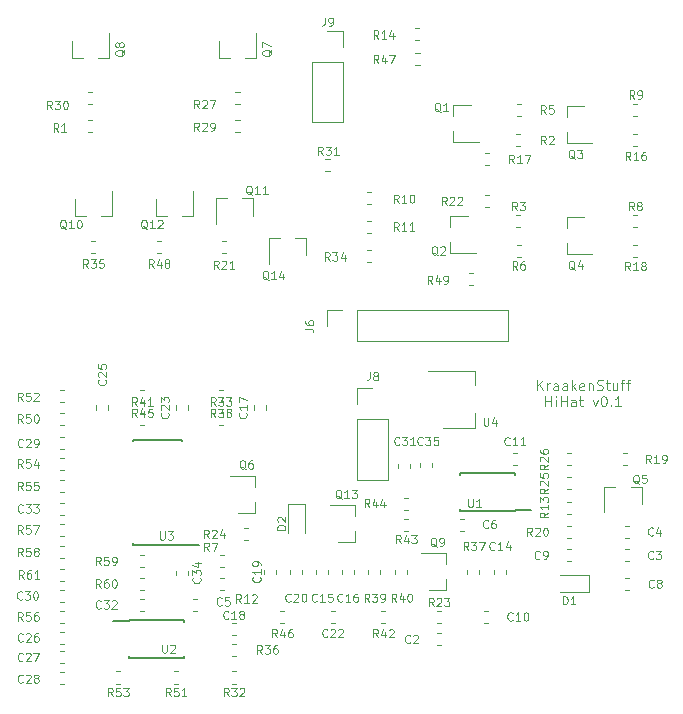
<source format=gbr>
G04 #@! TF.GenerationSoftware,KiCad,Pcbnew,(5.0.1)-4*
G04 #@! TF.CreationDate,2019-01-08T12:08:18+01:00*
G04 #@! TF.ProjectId,1U HiHat,31552048694861742E6B696361645F70,rev?*
G04 #@! TF.SameCoordinates,Original*
G04 #@! TF.FileFunction,Legend,Top*
G04 #@! TF.FilePolarity,Positive*
%FSLAX46Y46*%
G04 Gerber Fmt 4.6, Leading zero omitted, Abs format (unit mm)*
G04 Created by KiCad (PCBNEW (5.0.1)-4) date 01/08/19 12:08:18*
%MOMM*%
%LPD*%
G01*
G04 APERTURE LIST*
%ADD10C,0.120000*%
%ADD11C,0.150000*%
G04 APERTURE END LIST*
D10*
X134033419Y-97107723D02*
X134033419Y-96257723D01*
X134033419Y-96662485D02*
X134519133Y-96662485D01*
X134519133Y-97107723D02*
X134519133Y-96257723D01*
X134923895Y-97107723D02*
X134923895Y-96541057D01*
X134923895Y-96257723D02*
X134883419Y-96298200D01*
X134923895Y-96338676D01*
X134964371Y-96298200D01*
X134923895Y-96257723D01*
X134923895Y-96338676D01*
X135328657Y-97107723D02*
X135328657Y-96257723D01*
X135328657Y-96662485D02*
X135814371Y-96662485D01*
X135814371Y-97107723D02*
X135814371Y-96257723D01*
X136583419Y-97107723D02*
X136583419Y-96662485D01*
X136542942Y-96581533D01*
X136461990Y-96541057D01*
X136300085Y-96541057D01*
X136219133Y-96581533D01*
X136583419Y-97067247D02*
X136502466Y-97107723D01*
X136300085Y-97107723D01*
X136219133Y-97067247D01*
X136178657Y-96986295D01*
X136178657Y-96905342D01*
X136219133Y-96824390D01*
X136300085Y-96783914D01*
X136502466Y-96783914D01*
X136583419Y-96743438D01*
X136866752Y-96541057D02*
X137190561Y-96541057D01*
X136988180Y-96257723D02*
X136988180Y-96986295D01*
X137028657Y-97067247D01*
X137109609Y-97107723D01*
X137190561Y-97107723D01*
X138040561Y-96541057D02*
X138242942Y-97107723D01*
X138445323Y-96541057D01*
X138931038Y-96257723D02*
X139011990Y-96257723D01*
X139092942Y-96298200D01*
X139133419Y-96338676D01*
X139173895Y-96419628D01*
X139214371Y-96581533D01*
X139214371Y-96783914D01*
X139173895Y-96945819D01*
X139133419Y-97026771D01*
X139092942Y-97067247D01*
X139011990Y-97107723D01*
X138931038Y-97107723D01*
X138850085Y-97067247D01*
X138809609Y-97026771D01*
X138769133Y-96945819D01*
X138728657Y-96783914D01*
X138728657Y-96581533D01*
X138769133Y-96419628D01*
X138809609Y-96338676D01*
X138850085Y-96298200D01*
X138931038Y-96257723D01*
X139578657Y-97026771D02*
X139619133Y-97067247D01*
X139578657Y-97107723D01*
X139538180Y-97067247D01*
X139578657Y-97026771D01*
X139578657Y-97107723D01*
X140428657Y-97107723D02*
X139942942Y-97107723D01*
X140185800Y-97107723D02*
X140185800Y-96257723D01*
X140104847Y-96379152D01*
X140023895Y-96460104D01*
X139942942Y-96500580D01*
X133345323Y-95736123D02*
X133345323Y-94886123D01*
X133831038Y-95736123D02*
X133466752Y-95250409D01*
X133831038Y-94886123D02*
X133345323Y-95371838D01*
X134195323Y-95736123D02*
X134195323Y-95169457D01*
X134195323Y-95331361D02*
X134235800Y-95250409D01*
X134276276Y-95209933D01*
X134357228Y-95169457D01*
X134438180Y-95169457D01*
X135085800Y-95736123D02*
X135085800Y-95290885D01*
X135045323Y-95209933D01*
X134964371Y-95169457D01*
X134802466Y-95169457D01*
X134721514Y-95209933D01*
X135085800Y-95695647D02*
X135004847Y-95736123D01*
X134802466Y-95736123D01*
X134721514Y-95695647D01*
X134681038Y-95614695D01*
X134681038Y-95533742D01*
X134721514Y-95452790D01*
X134802466Y-95412314D01*
X135004847Y-95412314D01*
X135085800Y-95371838D01*
X135854847Y-95736123D02*
X135854847Y-95290885D01*
X135814371Y-95209933D01*
X135733419Y-95169457D01*
X135571514Y-95169457D01*
X135490561Y-95209933D01*
X135854847Y-95695647D02*
X135773895Y-95736123D01*
X135571514Y-95736123D01*
X135490561Y-95695647D01*
X135450085Y-95614695D01*
X135450085Y-95533742D01*
X135490561Y-95452790D01*
X135571514Y-95412314D01*
X135773895Y-95412314D01*
X135854847Y-95371838D01*
X136259609Y-95736123D02*
X136259609Y-94886123D01*
X136340561Y-95412314D02*
X136583419Y-95736123D01*
X136583419Y-95169457D02*
X136259609Y-95493266D01*
X137271514Y-95695647D02*
X137190561Y-95736123D01*
X137028657Y-95736123D01*
X136947704Y-95695647D01*
X136907228Y-95614695D01*
X136907228Y-95290885D01*
X136947704Y-95209933D01*
X137028657Y-95169457D01*
X137190561Y-95169457D01*
X137271514Y-95209933D01*
X137311990Y-95290885D01*
X137311990Y-95371838D01*
X136907228Y-95452790D01*
X137676276Y-95169457D02*
X137676276Y-95736123D01*
X137676276Y-95250409D02*
X137716752Y-95209933D01*
X137797704Y-95169457D01*
X137919133Y-95169457D01*
X138000085Y-95209933D01*
X138040561Y-95290885D01*
X138040561Y-95736123D01*
X138404847Y-95695647D02*
X138526276Y-95736123D01*
X138728657Y-95736123D01*
X138809609Y-95695647D01*
X138850085Y-95655171D01*
X138890561Y-95574219D01*
X138890561Y-95493266D01*
X138850085Y-95412314D01*
X138809609Y-95371838D01*
X138728657Y-95331361D01*
X138566752Y-95290885D01*
X138485800Y-95250409D01*
X138445323Y-95209933D01*
X138404847Y-95128980D01*
X138404847Y-95048028D01*
X138445323Y-94967076D01*
X138485800Y-94926600D01*
X138566752Y-94886123D01*
X138769133Y-94886123D01*
X138890561Y-94926600D01*
X139133419Y-95169457D02*
X139457228Y-95169457D01*
X139254847Y-94886123D02*
X139254847Y-95614695D01*
X139295323Y-95695647D01*
X139376276Y-95736123D01*
X139457228Y-95736123D01*
X140104847Y-95169457D02*
X140104847Y-95736123D01*
X139740561Y-95169457D02*
X139740561Y-95614695D01*
X139781038Y-95695647D01*
X139861990Y-95736123D01*
X139983419Y-95736123D01*
X140064371Y-95695647D01*
X140104847Y-95655171D01*
X140388180Y-95169457D02*
X140711990Y-95169457D01*
X140509609Y-95736123D02*
X140509609Y-95007552D01*
X140550085Y-94926600D01*
X140631038Y-94886123D01*
X140711990Y-94886123D01*
X140873895Y-95169457D02*
X141197704Y-95169457D01*
X140995323Y-95736123D02*
X140995323Y-95007552D01*
X141035800Y-94926600D01*
X141116752Y-94886123D01*
X141197704Y-94886123D01*
G04 #@! TO.C,J6*
X118110000Y-91627000D02*
X118110000Y-88967000D01*
X118110000Y-91627000D02*
X130870000Y-91627000D01*
X130870000Y-91627000D02*
X130870000Y-88967000D01*
X118110000Y-88967000D02*
X130870000Y-88967000D01*
X115510000Y-88967000D02*
X116840000Y-88967000D01*
X115510000Y-90297000D02*
X115510000Y-88967000D01*
G04 #@! TO.C,J8*
X118050000Y-103336400D02*
X120710000Y-103336400D01*
X118050000Y-98196400D02*
X118050000Y-103336400D01*
X120710000Y-98196400D02*
X120710000Y-103336400D01*
X118050000Y-98196400D02*
X120710000Y-98196400D01*
X118050000Y-96926400D02*
X118050000Y-95596400D01*
X118050000Y-95596400D02*
X119380000Y-95596400D01*
G04 #@! TO.C,J9*
X114239837Y-67945000D02*
X116899837Y-67945000D01*
X114239837Y-67945000D02*
X114239837Y-73085000D01*
X114239837Y-73085000D02*
X116899837Y-73085000D01*
X116899837Y-67945000D02*
X116899837Y-73085000D01*
X116899837Y-65345000D02*
X116899837Y-66675000D01*
X115569837Y-65345000D02*
X116899837Y-65345000D01*
G04 #@! TO.C,Q1*
X126240000Y-71569500D02*
X126240000Y-72499500D01*
X126240000Y-74729500D02*
X126240000Y-73799500D01*
X126240000Y-74729500D02*
X128400000Y-74729500D01*
X126240000Y-71569500D02*
X127700000Y-71569500D01*
G04 #@! TO.C,Q2*
X125970000Y-80970000D02*
X127430000Y-80970000D01*
X125970000Y-84130000D02*
X128130000Y-84130000D01*
X125970000Y-84130000D02*
X125970000Y-83200000D01*
X125970000Y-80970000D02*
X125970000Y-81900000D01*
G04 #@! TO.C,Q3*
X135828500Y-71696500D02*
X137288500Y-71696500D01*
X135828500Y-74856500D02*
X137988500Y-74856500D01*
X135828500Y-74856500D02*
X135828500Y-73926500D01*
X135828500Y-71696500D02*
X135828500Y-72626500D01*
G04 #@! TO.C,Q4*
X135828500Y-81097000D02*
X135828500Y-82027000D01*
X135828500Y-84257000D02*
X135828500Y-83327000D01*
X135828500Y-84257000D02*
X137988500Y-84257000D01*
X135828500Y-81097000D02*
X137288500Y-81097000D01*
G04 #@! TO.C,Q5*
X142169000Y-103929450D02*
X142169000Y-105389450D01*
X139009000Y-103929450D02*
X139009000Y-106089450D01*
X139009000Y-103929450D02*
X139939000Y-103929450D01*
X142169000Y-103929450D02*
X141239000Y-103929450D01*
G04 #@! TO.C,Q6*
X109472000Y-106144999D02*
X109472000Y-105214999D01*
X109472000Y-102984999D02*
X109472000Y-103914999D01*
X109472000Y-102984999D02*
X107312000Y-102984999D01*
X109472000Y-106144999D02*
X108012000Y-106144999D01*
G04 #@! TO.C,Q7*
X106369837Y-67628000D02*
X106369837Y-66168000D01*
X109529837Y-67628000D02*
X109529837Y-65468000D01*
X109529837Y-67628000D02*
X108599837Y-67628000D01*
X106369837Y-67628000D02*
X107299837Y-67628000D01*
G04 #@! TO.C,Q8*
X93923837Y-67628000D02*
X93923837Y-66168000D01*
X97083837Y-67628000D02*
X97083837Y-65468000D01*
X97083837Y-67628000D02*
X96153837Y-67628000D01*
X93923837Y-67628000D02*
X94853837Y-67628000D01*
G04 #@! TO.C,Q9*
X125639300Y-112705000D02*
X125639300Y-111775000D01*
X125639300Y-109545000D02*
X125639300Y-110475000D01*
X125639300Y-109545000D02*
X123479300Y-109545000D01*
X125639300Y-112705000D02*
X124179300Y-112705000D01*
G04 #@! TO.C,Q10*
X94178000Y-81024000D02*
X95108000Y-81024000D01*
X97338000Y-81024000D02*
X96408000Y-81024000D01*
X97338000Y-81024000D02*
X97338000Y-78864000D01*
X94178000Y-81024000D02*
X94178000Y-79564000D01*
G04 #@! TO.C,Q11*
X109276000Y-79504000D02*
X108346000Y-79504000D01*
X106116000Y-79504000D02*
X107046000Y-79504000D01*
X106116000Y-79504000D02*
X106116000Y-81664000D01*
X109276000Y-79504000D02*
X109276000Y-80964000D01*
G04 #@! TO.C,Q12*
X101036000Y-81024000D02*
X101966000Y-81024000D01*
X104196000Y-81024000D02*
X103266000Y-81024000D01*
X104196000Y-81024000D02*
X104196000Y-78864000D01*
X101036000Y-81024000D02*
X101036000Y-79564000D01*
G04 #@! TO.C,Q13*
X117926450Y-108641000D02*
X116466450Y-108641000D01*
X117926450Y-105481000D02*
X115766450Y-105481000D01*
X117926450Y-105481000D02*
X117926450Y-106411000D01*
X117926450Y-108641000D02*
X117926450Y-107711000D01*
G04 #@! TO.C,Q14*
X113764000Y-82872000D02*
X113764000Y-84332000D01*
X110604000Y-82872000D02*
X110604000Y-85032000D01*
X110604000Y-82872000D02*
X111534000Y-82872000D01*
X113764000Y-82872000D02*
X112834000Y-82872000D01*
D11*
G04 #@! TO.C,U1*
X131484000Y-106019000D02*
X131484000Y-105919000D01*
X126834000Y-106019000D02*
X126834000Y-105819000D01*
X126834000Y-102769000D02*
X126834000Y-102969000D01*
X131484000Y-102769000D02*
X131484000Y-102969000D01*
X131484000Y-106019000D02*
X126834000Y-106019000D01*
X131484000Y-102769000D02*
X126834000Y-102769000D01*
X131484000Y-105919000D02*
X132834000Y-105919000D01*
G04 #@! TO.C,U2*
X98767000Y-115315000D02*
X97417000Y-115315000D01*
X98767000Y-118465000D02*
X103417000Y-118465000D01*
X98767000Y-115215000D02*
X103417000Y-115215000D01*
X98767000Y-118465000D02*
X98767000Y-118265000D01*
X103417000Y-118465000D02*
X103417000Y-118265000D01*
X103417000Y-115215000D02*
X103417000Y-115415000D01*
X98767000Y-115215000D02*
X98767000Y-115315000D01*
G04 #@! TO.C,U3*
X103294000Y-108844000D02*
X103294000Y-108819000D01*
X99144000Y-108844000D02*
X99144000Y-108729000D01*
X99144000Y-99944000D02*
X99144000Y-100059000D01*
X103294000Y-99944000D02*
X103294000Y-100059000D01*
X103294000Y-108844000D02*
X99144000Y-108844000D01*
X103294000Y-99944000D02*
X99144000Y-99944000D01*
X103294000Y-108819000D02*
X104669000Y-108819000D01*
D10*
G04 #@! TO.C,U4*
X128070000Y-97720000D02*
X128070000Y-98920000D01*
X128070000Y-98920000D02*
X125370000Y-98920000D01*
X124070000Y-94120000D02*
X128070000Y-94120000D01*
X128070000Y-94120000D02*
X128070000Y-95320000D01*
G04 #@! TO.C,C2*
X124862733Y-116330000D02*
X125205267Y-116330000D01*
X124862733Y-117350000D02*
X125205267Y-117350000D01*
G04 #@! TO.C,C3*
X140732733Y-110233800D02*
X141075267Y-110233800D01*
X140732733Y-109213800D02*
X141075267Y-109213800D01*
G04 #@! TO.C,C4*
X141080267Y-108251600D02*
X140737733Y-108251600D01*
X141080267Y-107231600D02*
X140737733Y-107231600D01*
G04 #@! TO.C,C5*
X104565267Y-114429000D02*
X104222733Y-114429000D01*
X104565267Y-113409000D02*
X104222733Y-113409000D01*
G04 #@! TO.C,C6*
X126765233Y-106614500D02*
X127107767Y-106614500D01*
X126765233Y-107634500D02*
X127107767Y-107634500D01*
G04 #@! TO.C,C8*
X141141267Y-111631000D02*
X140798733Y-111631000D01*
X141141267Y-112651000D02*
X140798733Y-112651000D01*
G04 #@! TO.C,C9*
X135866233Y-110233800D02*
X136208767Y-110233800D01*
X135866233Y-109213800D02*
X136208767Y-109213800D01*
G04 #@! TO.C,C10*
X129203267Y-114425000D02*
X128860733Y-114425000D01*
X129203267Y-115445000D02*
X128860733Y-115445000D01*
G04 #@! TO.C,C11*
X131273733Y-101026500D02*
X131616267Y-101026500D01*
X131273733Y-102046500D02*
X131616267Y-102046500D01*
G04 #@! TO.C,C14*
X130685000Y-110953733D02*
X130685000Y-111296267D01*
X129665000Y-110953733D02*
X129665000Y-111296267D01*
G04 #@! TO.C,C15*
X114588800Y-111296267D02*
X114588800Y-110953733D01*
X115608800Y-111296267D02*
X115608800Y-110953733D01*
G04 #@! TO.C,C16*
X116766200Y-110953733D02*
X116766200Y-111296267D01*
X117786200Y-110953733D02*
X117786200Y-111296267D01*
G04 #@! TO.C,C17*
X110365000Y-97387267D02*
X110365000Y-97044733D01*
X109345000Y-97387267D02*
X109345000Y-97044733D01*
G04 #@! TO.C,C18*
X107801267Y-115441000D02*
X107458733Y-115441000D01*
X107801267Y-116461000D02*
X107458733Y-116461000D01*
G04 #@! TO.C,C19*
X110234000Y-111296267D02*
X110234000Y-110953733D01*
X111254000Y-111296267D02*
X111254000Y-110953733D01*
G04 #@! TO.C,C20*
X112411400Y-110953733D02*
X112411400Y-111296267D01*
X113431400Y-110953733D02*
X113431400Y-111296267D01*
G04 #@! TO.C,C22*
X115845733Y-114425000D02*
X116188267Y-114425000D01*
X115845733Y-115445000D02*
X116188267Y-115445000D01*
G04 #@! TO.C,C23*
X102741000Y-97387267D02*
X102741000Y-97044733D01*
X103761000Y-97387267D02*
X103761000Y-97044733D01*
G04 #@! TO.C,C25*
X97030000Y-97387267D02*
X97030000Y-97044733D01*
X96010000Y-97387267D02*
X96010000Y-97044733D01*
G04 #@! TO.C,C26*
X93262267Y-117223000D02*
X92919733Y-117223000D01*
X93262267Y-116203000D02*
X92919733Y-116203000D01*
G04 #@! TO.C,C27*
X93262267Y-117854000D02*
X92919733Y-117854000D01*
X93262267Y-118874000D02*
X92919733Y-118874000D01*
G04 #@! TO.C,C28*
X92919733Y-119632000D02*
X93262267Y-119632000D01*
X92919733Y-120652000D02*
X93262267Y-120652000D01*
G04 #@! TO.C,C29*
X93300267Y-100713000D02*
X92957733Y-100713000D01*
X93300267Y-99693000D02*
X92957733Y-99693000D01*
G04 #@! TO.C,C30*
X93262267Y-112647000D02*
X92919733Y-112647000D01*
X93262267Y-113667000D02*
X92919733Y-113667000D01*
G04 #@! TO.C,C31*
X122557000Y-102340267D02*
X122557000Y-101997733D01*
X121537000Y-102340267D02*
X121537000Y-101997733D01*
G04 #@! TO.C,C32*
X99716733Y-114429000D02*
X100059267Y-114429000D01*
X99716733Y-113409000D02*
X100059267Y-113409000D01*
G04 #@! TO.C,C33*
X93300267Y-105281000D02*
X92957733Y-105281000D01*
X93300267Y-106301000D02*
X92957733Y-106301000D01*
G04 #@! TO.C,C34*
X103761000Y-111019733D02*
X103761000Y-111362267D01*
X102741000Y-111019733D02*
X102741000Y-111362267D01*
G04 #@! TO.C,C35*
X123442000Y-102279267D02*
X123442000Y-101936733D01*
X124462000Y-102279267D02*
X124462000Y-101936733D01*
G04 #@! TO.C,R1*
X95670104Y-72896000D02*
X95327570Y-72896000D01*
X95670104Y-73916000D02*
X95327570Y-73916000D01*
G04 #@! TO.C,R2*
X131913267Y-74039000D02*
X131570733Y-74039000D01*
X131913267Y-75059000D02*
X131570733Y-75059000D01*
G04 #@! TO.C,R3*
X131913267Y-81917000D02*
X131570733Y-81917000D01*
X131913267Y-80897000D02*
X131570733Y-80897000D01*
G04 #@! TO.C,R5*
X131580733Y-71499000D02*
X131923267Y-71499000D01*
X131580733Y-72519000D02*
X131923267Y-72519000D01*
G04 #@! TO.C,R6*
X131580733Y-84457000D02*
X131923267Y-84457000D01*
X131580733Y-83437000D02*
X131923267Y-83437000D01*
G04 #@! TO.C,R7*
X106475733Y-109726000D02*
X106818267Y-109726000D01*
X106475733Y-110746000D02*
X106818267Y-110746000D01*
G04 #@! TO.C,R8*
X141809267Y-80897000D02*
X141466733Y-80897000D01*
X141809267Y-81917000D02*
X141466733Y-81917000D01*
G04 #@! TO.C,R9*
X141819267Y-71499000D02*
X141476733Y-71499000D01*
X141819267Y-72519000D02*
X141476733Y-72519000D01*
G04 #@! TO.C,R10*
X118954733Y-78992000D02*
X119297267Y-78992000D01*
X118954733Y-80012000D02*
X119297267Y-80012000D01*
G04 #@! TO.C,R11*
X119297267Y-82449950D02*
X118954733Y-82449950D01*
X119297267Y-81429950D02*
X118954733Y-81429950D01*
G04 #@! TO.C,R12*
X106808267Y-112651000D02*
X106465733Y-112651000D01*
X106808267Y-111631000D02*
X106465733Y-111631000D01*
G04 #@! TO.C,R13*
X135871233Y-106204400D02*
X136213767Y-106204400D01*
X135871233Y-105184400D02*
X136213767Y-105184400D01*
G04 #@! TO.C,R14*
X123356104Y-65085500D02*
X123013570Y-65085500D01*
X123356104Y-66105500D02*
X123013570Y-66105500D01*
G04 #@! TO.C,R16*
X141476733Y-75059000D02*
X141819267Y-75059000D01*
X141476733Y-74039000D02*
X141819267Y-74039000D01*
G04 #@! TO.C,R17*
X128881233Y-75690000D02*
X129223767Y-75690000D01*
X128881233Y-76710000D02*
X129223767Y-76710000D01*
G04 #@! TO.C,R18*
X141476733Y-84457000D02*
X141819267Y-84457000D01*
X141476733Y-83437000D02*
X141819267Y-83437000D01*
G04 #@! TO.C,R19*
X140930267Y-102110000D02*
X140587733Y-102110000D01*
X140930267Y-101090000D02*
X140587733Y-101090000D01*
G04 #@! TO.C,R20*
X136203767Y-108251600D02*
X135861233Y-108251600D01*
X136203767Y-107231600D02*
X135861233Y-107231600D01*
G04 #@! TO.C,R21*
X106678733Y-83122000D02*
X107021267Y-83122000D01*
X106678733Y-84142000D02*
X107021267Y-84142000D01*
G04 #@! TO.C,R22*
X128881233Y-80202500D02*
X129223767Y-80202500D01*
X128881233Y-79182500D02*
X129223767Y-79182500D01*
G04 #@! TO.C,R23*
X124839733Y-115445000D02*
X125182267Y-115445000D01*
X124839733Y-114425000D02*
X125182267Y-114425000D01*
G04 #@! TO.C,R24*
X108878267Y-107440000D02*
X108535733Y-107440000D01*
X108878267Y-108460000D02*
X108535733Y-108460000D01*
G04 #@! TO.C,R25*
X135871233Y-103137200D02*
X136213767Y-103137200D01*
X135871233Y-104157200D02*
X136213767Y-104157200D01*
G04 #@! TO.C,R26*
X136203767Y-102110000D02*
X135861233Y-102110000D01*
X136203767Y-101090000D02*
X135861233Y-101090000D01*
G04 #@! TO.C,R27*
X107783570Y-70483000D02*
X108126104Y-70483000D01*
X107783570Y-71503000D02*
X108126104Y-71503000D01*
G04 #@! TO.C,R29*
X107783570Y-73916000D02*
X108126104Y-73916000D01*
X107783570Y-72896000D02*
X108126104Y-72896000D01*
G04 #@! TO.C,R30*
X95670104Y-71503000D02*
X95327570Y-71503000D01*
X95670104Y-70483000D02*
X95327570Y-70483000D01*
G04 #@! TO.C,R31*
X115403570Y-77218000D02*
X115746104Y-77218000D01*
X115403570Y-76198000D02*
X115746104Y-76198000D01*
G04 #@! TO.C,R32*
X107491733Y-119567000D02*
X107834267Y-119567000D01*
X107491733Y-120587000D02*
X107834267Y-120587000D01*
G04 #@! TO.C,R33*
X106381733Y-98681000D02*
X106724267Y-98681000D01*
X106381733Y-97661000D02*
X106724267Y-97661000D01*
G04 #@! TO.C,R34*
X118954733Y-83867900D02*
X119297267Y-83867900D01*
X118954733Y-84887900D02*
X119297267Y-84887900D01*
G04 #@! TO.C,R35*
X95929267Y-84142000D02*
X95586733Y-84142000D01*
X95929267Y-83122000D02*
X95586733Y-83122000D01*
G04 #@! TO.C,R36*
X107824267Y-118239000D02*
X107481733Y-118239000D01*
X107824267Y-117219000D02*
X107481733Y-117219000D01*
G04 #@! TO.C,R37*
X128442600Y-111291267D02*
X128442600Y-110948733D01*
X127422600Y-111291267D02*
X127422600Y-110948733D01*
G04 #@! TO.C,R38*
X106714267Y-96776000D02*
X106371733Y-96776000D01*
X106714267Y-95756000D02*
X106371733Y-95756000D01*
G04 #@! TO.C,R39*
X120028600Y-110958733D02*
X120028600Y-111301267D01*
X119008600Y-110958733D02*
X119008600Y-111301267D01*
G04 #@! TO.C,R40*
X122336000Y-111291267D02*
X122336000Y-110948733D01*
X121316000Y-111291267D02*
X121316000Y-110948733D01*
G04 #@! TO.C,R41*
X99734733Y-98681000D02*
X100077267Y-98681000D01*
X99734733Y-97661000D02*
X100077267Y-97661000D01*
G04 #@! TO.C,R42*
X120483267Y-114425000D02*
X120140733Y-114425000D01*
X120483267Y-115445000D02*
X120140733Y-115445000D01*
G04 #@! TO.C,R43*
X122066233Y-107634500D02*
X122408767Y-107634500D01*
X122066233Y-106614500D02*
X122408767Y-106614500D01*
G04 #@! TO.C,R44*
X122408767Y-105856500D02*
X122066233Y-105856500D01*
X122408767Y-104836500D02*
X122066233Y-104836500D01*
G04 #@! TO.C,R45*
X100077267Y-96776000D02*
X99734733Y-96776000D01*
X100077267Y-95756000D02*
X99734733Y-95756000D01*
G04 #@! TO.C,R46*
X111931267Y-115445000D02*
X111588733Y-115445000D01*
X111931267Y-114425000D02*
X111588733Y-114425000D01*
G04 #@! TO.C,R47*
X123023570Y-67181000D02*
X123366104Y-67181000D01*
X123023570Y-68201000D02*
X123366104Y-68201000D01*
G04 #@! TO.C,R48*
X101470267Y-84142000D02*
X101127733Y-84142000D01*
X101470267Y-83122000D02*
X101127733Y-83122000D01*
G04 #@! TO.C,R49*
X127933267Y-85850000D02*
X127590733Y-85850000D01*
X127933267Y-86870000D02*
X127590733Y-86870000D01*
G04 #@! TO.C,R50*
X92962733Y-98681000D02*
X93305267Y-98681000D01*
X92962733Y-97661000D02*
X93305267Y-97661000D01*
G04 #@! TO.C,R51*
X102916933Y-120587000D02*
X102574399Y-120587000D01*
X102916933Y-119567000D02*
X102574399Y-119567000D01*
G04 #@! TO.C,R52*
X93295267Y-96776000D02*
X92952733Y-96776000D01*
X93295267Y-95756000D02*
X92952733Y-95756000D01*
G04 #@! TO.C,R53*
X98009600Y-119567000D02*
X97667066Y-119567000D01*
X98009600Y-120587000D02*
X97667066Y-120587000D01*
G04 #@! TO.C,R54*
X92962733Y-102491000D02*
X93305267Y-102491000D01*
X92962733Y-101471000D02*
X93305267Y-101471000D01*
G04 #@! TO.C,R55*
X92962733Y-104396000D02*
X93305267Y-104396000D01*
X92962733Y-103376000D02*
X93305267Y-103376000D01*
G04 #@! TO.C,R56*
X93262267Y-115445000D02*
X92919733Y-115445000D01*
X93262267Y-114425000D02*
X92919733Y-114425000D01*
G04 #@! TO.C,R57*
X92962733Y-108079000D02*
X93305267Y-108079000D01*
X92962733Y-107059000D02*
X93305267Y-107059000D01*
G04 #@! TO.C,R58*
X92962733Y-108964000D02*
X93305267Y-108964000D01*
X92962733Y-109984000D02*
X93305267Y-109984000D01*
G04 #@! TO.C,R59*
X99734733Y-110746000D02*
X100077267Y-110746000D01*
X99734733Y-109726000D02*
X100077267Y-109726000D01*
G04 #@! TO.C,R60*
X99734733Y-111631000D02*
X100077267Y-111631000D01*
X99734733Y-112651000D02*
X100077267Y-112651000D01*
G04 #@! TO.C,R61*
X92962733Y-111889000D02*
X93305267Y-111889000D01*
X92962733Y-110869000D02*
X93305267Y-110869000D01*
G04 #@! TO.C,D1*
X137680000Y-111406000D02*
X135220000Y-111406000D01*
X137680000Y-112876000D02*
X137680000Y-111406000D01*
X135220000Y-112876000D02*
X137680000Y-112876000D01*
G04 #@! TO.C,D2*
X113696400Y-107830000D02*
X113696400Y-105370000D01*
X113696400Y-105370000D02*
X112226400Y-105370000D01*
X112226400Y-105370000D02*
X112226400Y-107830000D01*
G04 #@! TO.C,J6*
X113686666Y-90530333D02*
X114186666Y-90530333D01*
X114286666Y-90563666D01*
X114353333Y-90630333D01*
X114386666Y-90730333D01*
X114386666Y-90797000D01*
X113686666Y-89897000D02*
X113686666Y-90030333D01*
X113720000Y-90097000D01*
X113753333Y-90130333D01*
X113853333Y-90197000D01*
X113986666Y-90230333D01*
X114253333Y-90230333D01*
X114320000Y-90197000D01*
X114353333Y-90163666D01*
X114386666Y-90097000D01*
X114386666Y-89963666D01*
X114353333Y-89897000D01*
X114320000Y-89863666D01*
X114253333Y-89830333D01*
X114086666Y-89830333D01*
X114020000Y-89863666D01*
X113986666Y-89897000D01*
X113953333Y-89963666D01*
X113953333Y-90097000D01*
X113986666Y-90163666D01*
X114020000Y-90197000D01*
X114086666Y-90230333D01*
G04 #@! TO.C,J8*
X119146666Y-94213066D02*
X119146666Y-94713066D01*
X119113333Y-94813066D01*
X119046666Y-94879733D01*
X118946666Y-94913066D01*
X118880000Y-94913066D01*
X119580000Y-94513066D02*
X119513333Y-94479733D01*
X119480000Y-94446400D01*
X119446666Y-94379733D01*
X119446666Y-94346400D01*
X119480000Y-94279733D01*
X119513333Y-94246400D01*
X119580000Y-94213066D01*
X119713333Y-94213066D01*
X119780000Y-94246400D01*
X119813333Y-94279733D01*
X119846666Y-94346400D01*
X119846666Y-94379733D01*
X119813333Y-94446400D01*
X119780000Y-94479733D01*
X119713333Y-94513066D01*
X119580000Y-94513066D01*
X119513333Y-94546400D01*
X119480000Y-94579733D01*
X119446666Y-94646400D01*
X119446666Y-94779733D01*
X119480000Y-94846400D01*
X119513333Y-94879733D01*
X119580000Y-94913066D01*
X119713333Y-94913066D01*
X119780000Y-94879733D01*
X119813333Y-94846400D01*
X119846666Y-94779733D01*
X119846666Y-94646400D01*
X119813333Y-94579733D01*
X119780000Y-94546400D01*
X119713333Y-94513066D01*
G04 #@! TO.C,J9*
X115336503Y-64196166D02*
X115336503Y-64696166D01*
X115303170Y-64796166D01*
X115236503Y-64862833D01*
X115136503Y-64896166D01*
X115069837Y-64896166D01*
X115703170Y-64896166D02*
X115836503Y-64896166D01*
X115903170Y-64862833D01*
X115936503Y-64829500D01*
X116003170Y-64729500D01*
X116036503Y-64596166D01*
X116036503Y-64329500D01*
X116003170Y-64262833D01*
X115969837Y-64229500D01*
X115903170Y-64196166D01*
X115769837Y-64196166D01*
X115703170Y-64229500D01*
X115669837Y-64262833D01*
X115636503Y-64329500D01*
X115636503Y-64496166D01*
X115669837Y-64562833D01*
X115703170Y-64596166D01*
X115769837Y-64629500D01*
X115903170Y-64629500D01*
X115969837Y-64596166D01*
X116003170Y-64562833D01*
X116036503Y-64496166D01*
G04 #@! TO.C,Q1*
X125155333Y-72201833D02*
X125088666Y-72168500D01*
X125022000Y-72101833D01*
X124922000Y-72001833D01*
X124855333Y-71968500D01*
X124788666Y-71968500D01*
X124822000Y-72135166D02*
X124755333Y-72101833D01*
X124688666Y-72035166D01*
X124655333Y-71901833D01*
X124655333Y-71668500D01*
X124688666Y-71535166D01*
X124755333Y-71468500D01*
X124822000Y-71435166D01*
X124955333Y-71435166D01*
X125022000Y-71468500D01*
X125088666Y-71535166D01*
X125122000Y-71668500D01*
X125122000Y-71901833D01*
X125088666Y-72035166D01*
X125022000Y-72101833D01*
X124955333Y-72135166D01*
X124822000Y-72135166D01*
X125788666Y-72135166D02*
X125388666Y-72135166D01*
X125588666Y-72135166D02*
X125588666Y-71435166D01*
X125522000Y-71535166D01*
X125455333Y-71601833D01*
X125388666Y-71635166D01*
G04 #@! TO.C,Q2*
X124901333Y-84330333D02*
X124834666Y-84297000D01*
X124768000Y-84230333D01*
X124668000Y-84130333D01*
X124601333Y-84097000D01*
X124534666Y-84097000D01*
X124568000Y-84263666D02*
X124501333Y-84230333D01*
X124434666Y-84163666D01*
X124401333Y-84030333D01*
X124401333Y-83797000D01*
X124434666Y-83663666D01*
X124501333Y-83597000D01*
X124568000Y-83563666D01*
X124701333Y-83563666D01*
X124768000Y-83597000D01*
X124834666Y-83663666D01*
X124868000Y-83797000D01*
X124868000Y-84030333D01*
X124834666Y-84163666D01*
X124768000Y-84230333D01*
X124701333Y-84263666D01*
X124568000Y-84263666D01*
X125134666Y-83630333D02*
X125168000Y-83597000D01*
X125234666Y-83563666D01*
X125401333Y-83563666D01*
X125468000Y-83597000D01*
X125501333Y-83630333D01*
X125534666Y-83697000D01*
X125534666Y-83763666D01*
X125501333Y-83863666D01*
X125101333Y-84263666D01*
X125534666Y-84263666D01*
G04 #@! TO.C,Q3*
X136521833Y-76159833D02*
X136455166Y-76126500D01*
X136388500Y-76059833D01*
X136288500Y-75959833D01*
X136221833Y-75926500D01*
X136155166Y-75926500D01*
X136188500Y-76093166D02*
X136121833Y-76059833D01*
X136055166Y-75993166D01*
X136021833Y-75859833D01*
X136021833Y-75626500D01*
X136055166Y-75493166D01*
X136121833Y-75426500D01*
X136188500Y-75393166D01*
X136321833Y-75393166D01*
X136388500Y-75426500D01*
X136455166Y-75493166D01*
X136488500Y-75626500D01*
X136488500Y-75859833D01*
X136455166Y-75993166D01*
X136388500Y-76059833D01*
X136321833Y-76093166D01*
X136188500Y-76093166D01*
X136721833Y-75393166D02*
X137155166Y-75393166D01*
X136921833Y-75659833D01*
X137021833Y-75659833D01*
X137088500Y-75693166D01*
X137121833Y-75726500D01*
X137155166Y-75793166D01*
X137155166Y-75959833D01*
X137121833Y-76026500D01*
X137088500Y-76059833D01*
X137021833Y-76093166D01*
X136821833Y-76093166D01*
X136755166Y-76059833D01*
X136721833Y-76026500D01*
G04 #@! TO.C,Q4*
X136521833Y-85560333D02*
X136455166Y-85527000D01*
X136388500Y-85460333D01*
X136288500Y-85360333D01*
X136221833Y-85327000D01*
X136155166Y-85327000D01*
X136188500Y-85493666D02*
X136121833Y-85460333D01*
X136055166Y-85393666D01*
X136021833Y-85260333D01*
X136021833Y-85027000D01*
X136055166Y-84893666D01*
X136121833Y-84827000D01*
X136188500Y-84793666D01*
X136321833Y-84793666D01*
X136388500Y-84827000D01*
X136455166Y-84893666D01*
X136488500Y-85027000D01*
X136488500Y-85260333D01*
X136455166Y-85393666D01*
X136388500Y-85460333D01*
X136321833Y-85493666D01*
X136188500Y-85493666D01*
X137088500Y-85027000D02*
X137088500Y-85493666D01*
X136921833Y-84760333D02*
X136755166Y-85260333D01*
X137188500Y-85260333D01*
G04 #@! TO.C,Q5*
X141970133Y-103659733D02*
X141903466Y-103626400D01*
X141836800Y-103559733D01*
X141736800Y-103459733D01*
X141670133Y-103426400D01*
X141603466Y-103426400D01*
X141636800Y-103593066D02*
X141570133Y-103559733D01*
X141503466Y-103493066D01*
X141470133Y-103359733D01*
X141470133Y-103126400D01*
X141503466Y-102993066D01*
X141570133Y-102926400D01*
X141636800Y-102893066D01*
X141770133Y-102893066D01*
X141836800Y-102926400D01*
X141903466Y-102993066D01*
X141936800Y-103126400D01*
X141936800Y-103359733D01*
X141903466Y-103493066D01*
X141836800Y-103559733D01*
X141770133Y-103593066D01*
X141636800Y-103593066D01*
X142570133Y-102893066D02*
X142236800Y-102893066D01*
X142203466Y-103226400D01*
X142236800Y-103193066D01*
X142303466Y-103159733D01*
X142470133Y-103159733D01*
X142536800Y-103193066D01*
X142570133Y-103226400D01*
X142603466Y-103293066D01*
X142603466Y-103459733D01*
X142570133Y-103526400D01*
X142536800Y-103559733D01*
X142470133Y-103593066D01*
X142303466Y-103593066D01*
X142236800Y-103559733D01*
X142203466Y-103526400D01*
G04 #@! TO.C,Q6*
X108645333Y-102448332D02*
X108578666Y-102414999D01*
X108512000Y-102348332D01*
X108412000Y-102248332D01*
X108345333Y-102214999D01*
X108278666Y-102214999D01*
X108312000Y-102381665D02*
X108245333Y-102348332D01*
X108178666Y-102281665D01*
X108145333Y-102148332D01*
X108145333Y-101914999D01*
X108178666Y-101781665D01*
X108245333Y-101714999D01*
X108312000Y-101681665D01*
X108445333Y-101681665D01*
X108512000Y-101714999D01*
X108578666Y-101781665D01*
X108612000Y-101914999D01*
X108612000Y-102148332D01*
X108578666Y-102281665D01*
X108512000Y-102348332D01*
X108445333Y-102381665D01*
X108312000Y-102381665D01*
X109212000Y-101681665D02*
X109078666Y-101681665D01*
X109012000Y-101714999D01*
X108978666Y-101748332D01*
X108912000Y-101848332D01*
X108878666Y-101981665D01*
X108878666Y-102248332D01*
X108912000Y-102314999D01*
X108945333Y-102348332D01*
X109012000Y-102381665D01*
X109145333Y-102381665D01*
X109212000Y-102348332D01*
X109245333Y-102314999D01*
X109278666Y-102248332D01*
X109278666Y-102081665D01*
X109245333Y-102014999D01*
X109212000Y-101981665D01*
X109145333Y-101948332D01*
X109012000Y-101948332D01*
X108945333Y-101981665D01*
X108912000Y-102014999D01*
X108878666Y-102081665D01*
G04 #@! TO.C,Q7*
X110833170Y-66934666D02*
X110799837Y-67001333D01*
X110733170Y-67068000D01*
X110633170Y-67168000D01*
X110599837Y-67234666D01*
X110599837Y-67301333D01*
X110766503Y-67268000D02*
X110733170Y-67334666D01*
X110666503Y-67401333D01*
X110533170Y-67434666D01*
X110299837Y-67434666D01*
X110166503Y-67401333D01*
X110099837Y-67334666D01*
X110066503Y-67268000D01*
X110066503Y-67134666D01*
X110099837Y-67068000D01*
X110166503Y-67001333D01*
X110299837Y-66968000D01*
X110533170Y-66968000D01*
X110666503Y-67001333D01*
X110733170Y-67068000D01*
X110766503Y-67134666D01*
X110766503Y-67268000D01*
X110066503Y-66734666D02*
X110066503Y-66268000D01*
X110766503Y-66568000D01*
G04 #@! TO.C,Q8*
X98387170Y-66934666D02*
X98353837Y-67001333D01*
X98287170Y-67068000D01*
X98187170Y-67168000D01*
X98153837Y-67234666D01*
X98153837Y-67301333D01*
X98320503Y-67268000D02*
X98287170Y-67334666D01*
X98220503Y-67401333D01*
X98087170Y-67434666D01*
X97853837Y-67434666D01*
X97720503Y-67401333D01*
X97653837Y-67334666D01*
X97620503Y-67268000D01*
X97620503Y-67134666D01*
X97653837Y-67068000D01*
X97720503Y-67001333D01*
X97853837Y-66968000D01*
X98087170Y-66968000D01*
X98220503Y-67001333D01*
X98287170Y-67068000D01*
X98320503Y-67134666D01*
X98320503Y-67268000D01*
X97920503Y-66568000D02*
X97887170Y-66634666D01*
X97853837Y-66668000D01*
X97787170Y-66701333D01*
X97753837Y-66701333D01*
X97687170Y-66668000D01*
X97653837Y-66634666D01*
X97620503Y-66568000D01*
X97620503Y-66434666D01*
X97653837Y-66368000D01*
X97687170Y-66334666D01*
X97753837Y-66301333D01*
X97787170Y-66301333D01*
X97853837Y-66334666D01*
X97887170Y-66368000D01*
X97920503Y-66434666D01*
X97920503Y-66568000D01*
X97953837Y-66634666D01*
X97987170Y-66668000D01*
X98053837Y-66701333D01*
X98187170Y-66701333D01*
X98253837Y-66668000D01*
X98287170Y-66634666D01*
X98320503Y-66568000D01*
X98320503Y-66434666D01*
X98287170Y-66368000D01*
X98253837Y-66334666D01*
X98187170Y-66301333D01*
X98053837Y-66301333D01*
X97987170Y-66334666D01*
X97953837Y-66368000D01*
X97920503Y-66434666D01*
G04 #@! TO.C,Q9*
X124812633Y-109008333D02*
X124745966Y-108975000D01*
X124679300Y-108908333D01*
X124579300Y-108808333D01*
X124512633Y-108775000D01*
X124445966Y-108775000D01*
X124479300Y-108941666D02*
X124412633Y-108908333D01*
X124345966Y-108841666D01*
X124312633Y-108708333D01*
X124312633Y-108475000D01*
X124345966Y-108341666D01*
X124412633Y-108275000D01*
X124479300Y-108241666D01*
X124612633Y-108241666D01*
X124679300Y-108275000D01*
X124745966Y-108341666D01*
X124779300Y-108475000D01*
X124779300Y-108708333D01*
X124745966Y-108841666D01*
X124679300Y-108908333D01*
X124612633Y-108941666D01*
X124479300Y-108941666D01*
X125112633Y-108941666D02*
X125245966Y-108941666D01*
X125312633Y-108908333D01*
X125345966Y-108875000D01*
X125412633Y-108775000D01*
X125445966Y-108641666D01*
X125445966Y-108375000D01*
X125412633Y-108308333D01*
X125379300Y-108275000D01*
X125312633Y-108241666D01*
X125179300Y-108241666D01*
X125112633Y-108275000D01*
X125079300Y-108308333D01*
X125045966Y-108375000D01*
X125045966Y-108541666D01*
X125079300Y-108608333D01*
X125112633Y-108641666D01*
X125179300Y-108675000D01*
X125312633Y-108675000D01*
X125379300Y-108641666D01*
X125412633Y-108608333D01*
X125445966Y-108541666D01*
G04 #@! TO.C,Q10*
X93453000Y-82107833D02*
X93386333Y-82074500D01*
X93319666Y-82007833D01*
X93219666Y-81907833D01*
X93153000Y-81874500D01*
X93086333Y-81874500D01*
X93119666Y-82041166D02*
X93053000Y-82007833D01*
X92986333Y-81941166D01*
X92953000Y-81807833D01*
X92953000Y-81574500D01*
X92986333Y-81441166D01*
X93053000Y-81374500D01*
X93119666Y-81341166D01*
X93253000Y-81341166D01*
X93319666Y-81374500D01*
X93386333Y-81441166D01*
X93419666Y-81574500D01*
X93419666Y-81807833D01*
X93386333Y-81941166D01*
X93319666Y-82007833D01*
X93253000Y-82041166D01*
X93119666Y-82041166D01*
X94086333Y-82041166D02*
X93686333Y-82041166D01*
X93886333Y-82041166D02*
X93886333Y-81341166D01*
X93819666Y-81441166D01*
X93753000Y-81507833D01*
X93686333Y-81541166D01*
X94519666Y-81341166D02*
X94586333Y-81341166D01*
X94653000Y-81374500D01*
X94686333Y-81407833D01*
X94719666Y-81474500D01*
X94753000Y-81607833D01*
X94753000Y-81774500D01*
X94719666Y-81907833D01*
X94686333Y-81974500D01*
X94653000Y-82007833D01*
X94586333Y-82041166D01*
X94519666Y-82041166D01*
X94453000Y-82007833D01*
X94419666Y-81974500D01*
X94386333Y-81907833D01*
X94353000Y-81774500D01*
X94353000Y-81607833D01*
X94386333Y-81474500D01*
X94419666Y-81407833D01*
X94453000Y-81374500D01*
X94519666Y-81341166D01*
G04 #@! TO.C,Q11*
X109201000Y-79186833D02*
X109134333Y-79153500D01*
X109067666Y-79086833D01*
X108967666Y-78986833D01*
X108901000Y-78953500D01*
X108834333Y-78953500D01*
X108867666Y-79120166D02*
X108801000Y-79086833D01*
X108734333Y-79020166D01*
X108701000Y-78886833D01*
X108701000Y-78653500D01*
X108734333Y-78520166D01*
X108801000Y-78453500D01*
X108867666Y-78420166D01*
X109001000Y-78420166D01*
X109067666Y-78453500D01*
X109134333Y-78520166D01*
X109167666Y-78653500D01*
X109167666Y-78886833D01*
X109134333Y-79020166D01*
X109067666Y-79086833D01*
X109001000Y-79120166D01*
X108867666Y-79120166D01*
X109834333Y-79120166D02*
X109434333Y-79120166D01*
X109634333Y-79120166D02*
X109634333Y-78420166D01*
X109567666Y-78520166D01*
X109501000Y-78586833D01*
X109434333Y-78620166D01*
X110501000Y-79120166D02*
X110101000Y-79120166D01*
X110301000Y-79120166D02*
X110301000Y-78420166D01*
X110234333Y-78520166D01*
X110167666Y-78586833D01*
X110101000Y-78620166D01*
G04 #@! TO.C,Q12*
X100311000Y-82107833D02*
X100244333Y-82074500D01*
X100177666Y-82007833D01*
X100077666Y-81907833D01*
X100011000Y-81874500D01*
X99944333Y-81874500D01*
X99977666Y-82041166D02*
X99911000Y-82007833D01*
X99844333Y-81941166D01*
X99811000Y-81807833D01*
X99811000Y-81574500D01*
X99844333Y-81441166D01*
X99911000Y-81374500D01*
X99977666Y-81341166D01*
X100111000Y-81341166D01*
X100177666Y-81374500D01*
X100244333Y-81441166D01*
X100277666Y-81574500D01*
X100277666Y-81807833D01*
X100244333Y-81941166D01*
X100177666Y-82007833D01*
X100111000Y-82041166D01*
X99977666Y-82041166D01*
X100944333Y-82041166D02*
X100544333Y-82041166D01*
X100744333Y-82041166D02*
X100744333Y-81341166D01*
X100677666Y-81441166D01*
X100611000Y-81507833D01*
X100544333Y-81541166D01*
X101211000Y-81407833D02*
X101244333Y-81374500D01*
X101311000Y-81341166D01*
X101477666Y-81341166D01*
X101544333Y-81374500D01*
X101577666Y-81407833D01*
X101611000Y-81474500D01*
X101611000Y-81541166D01*
X101577666Y-81641166D01*
X101177666Y-82041166D01*
X101611000Y-82041166D01*
G04 #@! TO.C,Q13*
X116766450Y-104944333D02*
X116699783Y-104911000D01*
X116633116Y-104844333D01*
X116533116Y-104744333D01*
X116466450Y-104711000D01*
X116399783Y-104711000D01*
X116433116Y-104877666D02*
X116366450Y-104844333D01*
X116299783Y-104777666D01*
X116266450Y-104644333D01*
X116266450Y-104411000D01*
X116299783Y-104277666D01*
X116366450Y-104211000D01*
X116433116Y-104177666D01*
X116566450Y-104177666D01*
X116633116Y-104211000D01*
X116699783Y-104277666D01*
X116733116Y-104411000D01*
X116733116Y-104644333D01*
X116699783Y-104777666D01*
X116633116Y-104844333D01*
X116566450Y-104877666D01*
X116433116Y-104877666D01*
X117399783Y-104877666D02*
X116999783Y-104877666D01*
X117199783Y-104877666D02*
X117199783Y-104177666D01*
X117133116Y-104277666D01*
X117066450Y-104344333D01*
X116999783Y-104377666D01*
X117633116Y-104177666D02*
X118066450Y-104177666D01*
X117833116Y-104444333D01*
X117933116Y-104444333D01*
X117999783Y-104477666D01*
X118033116Y-104511000D01*
X118066450Y-104577666D01*
X118066450Y-104744333D01*
X118033116Y-104811000D01*
X117999783Y-104844333D01*
X117933116Y-104877666D01*
X117733116Y-104877666D01*
X117666450Y-104844333D01*
X117633116Y-104811000D01*
G04 #@! TO.C,Q14*
X110598000Y-86425833D02*
X110531333Y-86392500D01*
X110464666Y-86325833D01*
X110364666Y-86225833D01*
X110298000Y-86192500D01*
X110231333Y-86192500D01*
X110264666Y-86359166D02*
X110198000Y-86325833D01*
X110131333Y-86259166D01*
X110098000Y-86125833D01*
X110098000Y-85892500D01*
X110131333Y-85759166D01*
X110198000Y-85692500D01*
X110264666Y-85659166D01*
X110398000Y-85659166D01*
X110464666Y-85692500D01*
X110531333Y-85759166D01*
X110564666Y-85892500D01*
X110564666Y-86125833D01*
X110531333Y-86259166D01*
X110464666Y-86325833D01*
X110398000Y-86359166D01*
X110264666Y-86359166D01*
X111231333Y-86359166D02*
X110831333Y-86359166D01*
X111031333Y-86359166D02*
X111031333Y-85659166D01*
X110964666Y-85759166D01*
X110898000Y-85825833D01*
X110831333Y-85859166D01*
X111831333Y-85892500D02*
X111831333Y-86359166D01*
X111664666Y-85625833D02*
X111498000Y-86125833D01*
X111931333Y-86125833D01*
G04 #@! TO.C,U1*
X127482666Y-104963166D02*
X127482666Y-105529833D01*
X127516000Y-105596500D01*
X127549333Y-105629833D01*
X127616000Y-105663166D01*
X127749333Y-105663166D01*
X127816000Y-105629833D01*
X127849333Y-105596500D01*
X127882666Y-105529833D01*
X127882666Y-104963166D01*
X128582666Y-105663166D02*
X128182666Y-105663166D01*
X128382666Y-105663166D02*
X128382666Y-104963166D01*
X128316000Y-105063166D01*
X128249333Y-105129833D01*
X128182666Y-105163166D01*
G04 #@! TO.C,U2*
X101574666Y-117282166D02*
X101574666Y-117848833D01*
X101608000Y-117915500D01*
X101641333Y-117948833D01*
X101708000Y-117982166D01*
X101841333Y-117982166D01*
X101908000Y-117948833D01*
X101941333Y-117915500D01*
X101974666Y-117848833D01*
X101974666Y-117282166D01*
X102274666Y-117348833D02*
X102308000Y-117315500D01*
X102374666Y-117282166D01*
X102541333Y-117282166D01*
X102608000Y-117315500D01*
X102641333Y-117348833D01*
X102674666Y-117415500D01*
X102674666Y-117482166D01*
X102641333Y-117582166D01*
X102241333Y-117982166D01*
X102674666Y-117982166D01*
G04 #@! TO.C,U3*
X101384166Y-107693666D02*
X101384166Y-108260333D01*
X101417500Y-108327000D01*
X101450833Y-108360333D01*
X101517500Y-108393666D01*
X101650833Y-108393666D01*
X101717500Y-108360333D01*
X101750833Y-108327000D01*
X101784166Y-108260333D01*
X101784166Y-107693666D01*
X102050833Y-107693666D02*
X102484166Y-107693666D01*
X102250833Y-107960333D01*
X102350833Y-107960333D01*
X102417500Y-107993666D01*
X102450833Y-108027000D01*
X102484166Y-108093666D01*
X102484166Y-108260333D01*
X102450833Y-108327000D01*
X102417500Y-108360333D01*
X102350833Y-108393666D01*
X102150833Y-108393666D01*
X102084166Y-108360333D01*
X102050833Y-108327000D01*
G04 #@! TO.C,U4*
X128803466Y-98067066D02*
X128803466Y-98633733D01*
X128836800Y-98700400D01*
X128870133Y-98733733D01*
X128936800Y-98767066D01*
X129070133Y-98767066D01*
X129136800Y-98733733D01*
X129170133Y-98700400D01*
X129203466Y-98633733D01*
X129203466Y-98067066D01*
X129836800Y-98300400D02*
X129836800Y-98767066D01*
X129670133Y-98033733D02*
X129503466Y-98533733D01*
X129936800Y-98533733D01*
G04 #@! TO.C,C2*
X122565333Y-117090000D02*
X122532000Y-117123333D01*
X122432000Y-117156666D01*
X122365333Y-117156666D01*
X122265333Y-117123333D01*
X122198666Y-117056666D01*
X122165333Y-116990000D01*
X122132000Y-116856666D01*
X122132000Y-116756666D01*
X122165333Y-116623333D01*
X122198666Y-116556666D01*
X122265333Y-116490000D01*
X122365333Y-116456666D01*
X122432000Y-116456666D01*
X122532000Y-116490000D01*
X122565333Y-116523333D01*
X122832000Y-116523333D02*
X122865333Y-116490000D01*
X122932000Y-116456666D01*
X123098666Y-116456666D01*
X123165333Y-116490000D01*
X123198666Y-116523333D01*
X123232000Y-116590000D01*
X123232000Y-116656666D01*
X123198666Y-116756666D01*
X122798666Y-117156666D01*
X123232000Y-117156666D01*
G04 #@! TO.C,C3*
X143139333Y-109978000D02*
X143106000Y-110011333D01*
X143006000Y-110044666D01*
X142939333Y-110044666D01*
X142839333Y-110011333D01*
X142772666Y-109944666D01*
X142739333Y-109878000D01*
X142706000Y-109744666D01*
X142706000Y-109644666D01*
X142739333Y-109511333D01*
X142772666Y-109444666D01*
X142839333Y-109378000D01*
X142939333Y-109344666D01*
X143006000Y-109344666D01*
X143106000Y-109378000D01*
X143139333Y-109411333D01*
X143372666Y-109344666D02*
X143806000Y-109344666D01*
X143572666Y-109611333D01*
X143672666Y-109611333D01*
X143739333Y-109644666D01*
X143772666Y-109678000D01*
X143806000Y-109744666D01*
X143806000Y-109911333D01*
X143772666Y-109978000D01*
X143739333Y-110011333D01*
X143672666Y-110044666D01*
X143472666Y-110044666D01*
X143406000Y-110011333D01*
X143372666Y-109978000D01*
G04 #@! TO.C,C4*
X143139333Y-107996800D02*
X143106000Y-108030133D01*
X143006000Y-108063466D01*
X142939333Y-108063466D01*
X142839333Y-108030133D01*
X142772666Y-107963466D01*
X142739333Y-107896800D01*
X142706000Y-107763466D01*
X142706000Y-107663466D01*
X142739333Y-107530133D01*
X142772666Y-107463466D01*
X142839333Y-107396800D01*
X142939333Y-107363466D01*
X143006000Y-107363466D01*
X143106000Y-107396800D01*
X143139333Y-107430133D01*
X143739333Y-107596800D02*
X143739333Y-108063466D01*
X143572666Y-107330133D02*
X143406000Y-107830133D01*
X143839333Y-107830133D01*
G04 #@! TO.C,C5*
X106626833Y-113915000D02*
X106593500Y-113948333D01*
X106493500Y-113981666D01*
X106426833Y-113981666D01*
X106326833Y-113948333D01*
X106260166Y-113881666D01*
X106226833Y-113815000D01*
X106193500Y-113681666D01*
X106193500Y-113581666D01*
X106226833Y-113448333D01*
X106260166Y-113381666D01*
X106326833Y-113315000D01*
X106426833Y-113281666D01*
X106493500Y-113281666D01*
X106593500Y-113315000D01*
X106626833Y-113348333D01*
X107260166Y-113281666D02*
X106926833Y-113281666D01*
X106893500Y-113615000D01*
X106926833Y-113581666D01*
X106993500Y-113548333D01*
X107160166Y-113548333D01*
X107226833Y-113581666D01*
X107260166Y-113615000D01*
X107293500Y-113681666D01*
X107293500Y-113848333D01*
X107260166Y-113915000D01*
X107226833Y-113948333D01*
X107160166Y-113981666D01*
X106993500Y-113981666D01*
X106926833Y-113948333D01*
X106893500Y-113915000D01*
G04 #@! TO.C,C6*
X129169333Y-107374500D02*
X129136000Y-107407833D01*
X129036000Y-107441166D01*
X128969333Y-107441166D01*
X128869333Y-107407833D01*
X128802666Y-107341166D01*
X128769333Y-107274500D01*
X128736000Y-107141166D01*
X128736000Y-107041166D01*
X128769333Y-106907833D01*
X128802666Y-106841166D01*
X128869333Y-106774500D01*
X128969333Y-106741166D01*
X129036000Y-106741166D01*
X129136000Y-106774500D01*
X129169333Y-106807833D01*
X129769333Y-106741166D02*
X129636000Y-106741166D01*
X129569333Y-106774500D01*
X129536000Y-106807833D01*
X129469333Y-106907833D01*
X129436000Y-107041166D01*
X129436000Y-107307833D01*
X129469333Y-107374500D01*
X129502666Y-107407833D01*
X129569333Y-107441166D01*
X129702666Y-107441166D01*
X129769333Y-107407833D01*
X129802666Y-107374500D01*
X129836000Y-107307833D01*
X129836000Y-107141166D01*
X129802666Y-107074500D01*
X129769333Y-107041166D01*
X129702666Y-107007833D01*
X129569333Y-107007833D01*
X129502666Y-107041166D01*
X129469333Y-107074500D01*
X129436000Y-107141166D01*
G04 #@! TO.C,C8*
X143190133Y-112416400D02*
X143156800Y-112449733D01*
X143056800Y-112483066D01*
X142990133Y-112483066D01*
X142890133Y-112449733D01*
X142823466Y-112383066D01*
X142790133Y-112316400D01*
X142756800Y-112183066D01*
X142756800Y-112083066D01*
X142790133Y-111949733D01*
X142823466Y-111883066D01*
X142890133Y-111816400D01*
X142990133Y-111783066D01*
X143056800Y-111783066D01*
X143156800Y-111816400D01*
X143190133Y-111849733D01*
X143590133Y-112083066D02*
X143523466Y-112049733D01*
X143490133Y-112016400D01*
X143456800Y-111949733D01*
X143456800Y-111916400D01*
X143490133Y-111849733D01*
X143523466Y-111816400D01*
X143590133Y-111783066D01*
X143723466Y-111783066D01*
X143790133Y-111816400D01*
X143823466Y-111849733D01*
X143856800Y-111916400D01*
X143856800Y-111949733D01*
X143823466Y-112016400D01*
X143790133Y-112049733D01*
X143723466Y-112083066D01*
X143590133Y-112083066D01*
X143523466Y-112116400D01*
X143490133Y-112149733D01*
X143456800Y-112216400D01*
X143456800Y-112349733D01*
X143490133Y-112416400D01*
X143523466Y-112449733D01*
X143590133Y-112483066D01*
X143723466Y-112483066D01*
X143790133Y-112449733D01*
X143823466Y-112416400D01*
X143856800Y-112349733D01*
X143856800Y-112216400D01*
X143823466Y-112149733D01*
X143790133Y-112116400D01*
X143723466Y-112083066D01*
G04 #@! TO.C,C9*
X133550833Y-109978000D02*
X133517500Y-110011333D01*
X133417500Y-110044666D01*
X133350833Y-110044666D01*
X133250833Y-110011333D01*
X133184166Y-109944666D01*
X133150833Y-109878000D01*
X133117500Y-109744666D01*
X133117500Y-109644666D01*
X133150833Y-109511333D01*
X133184166Y-109444666D01*
X133250833Y-109378000D01*
X133350833Y-109344666D01*
X133417500Y-109344666D01*
X133517500Y-109378000D01*
X133550833Y-109411333D01*
X133884166Y-110044666D02*
X134017500Y-110044666D01*
X134084166Y-110011333D01*
X134117500Y-109978000D01*
X134184166Y-109878000D01*
X134217500Y-109744666D01*
X134217500Y-109478000D01*
X134184166Y-109411333D01*
X134150833Y-109378000D01*
X134084166Y-109344666D01*
X133950833Y-109344666D01*
X133884166Y-109378000D01*
X133850833Y-109411333D01*
X133817500Y-109478000D01*
X133817500Y-109644666D01*
X133850833Y-109711333D01*
X133884166Y-109744666D01*
X133950833Y-109778000D01*
X134084166Y-109778000D01*
X134150833Y-109744666D01*
X134184166Y-109711333D01*
X134217500Y-109644666D01*
G04 #@! TO.C,C10*
X131249000Y-115185000D02*
X131215666Y-115218333D01*
X131115666Y-115251666D01*
X131049000Y-115251666D01*
X130949000Y-115218333D01*
X130882333Y-115151666D01*
X130849000Y-115085000D01*
X130815666Y-114951666D01*
X130815666Y-114851666D01*
X130849000Y-114718333D01*
X130882333Y-114651666D01*
X130949000Y-114585000D01*
X131049000Y-114551666D01*
X131115666Y-114551666D01*
X131215666Y-114585000D01*
X131249000Y-114618333D01*
X131915666Y-115251666D02*
X131515666Y-115251666D01*
X131715666Y-115251666D02*
X131715666Y-114551666D01*
X131649000Y-114651666D01*
X131582333Y-114718333D01*
X131515666Y-114751666D01*
X132349000Y-114551666D02*
X132415666Y-114551666D01*
X132482333Y-114585000D01*
X132515666Y-114618333D01*
X132549000Y-114685000D01*
X132582333Y-114818333D01*
X132582333Y-114985000D01*
X132549000Y-115118333D01*
X132515666Y-115185000D01*
X132482333Y-115218333D01*
X132415666Y-115251666D01*
X132349000Y-115251666D01*
X132282333Y-115218333D01*
X132249000Y-115185000D01*
X132215666Y-115118333D01*
X132182333Y-114985000D01*
X132182333Y-114818333D01*
X132215666Y-114685000D01*
X132249000Y-114618333D01*
X132282333Y-114585000D01*
X132349000Y-114551666D01*
G04 #@! TO.C,C11*
X130995000Y-100356500D02*
X130961666Y-100389833D01*
X130861666Y-100423166D01*
X130795000Y-100423166D01*
X130695000Y-100389833D01*
X130628333Y-100323166D01*
X130595000Y-100256500D01*
X130561666Y-100123166D01*
X130561666Y-100023166D01*
X130595000Y-99889833D01*
X130628333Y-99823166D01*
X130695000Y-99756500D01*
X130795000Y-99723166D01*
X130861666Y-99723166D01*
X130961666Y-99756500D01*
X130995000Y-99789833D01*
X131661666Y-100423166D02*
X131261666Y-100423166D01*
X131461666Y-100423166D02*
X131461666Y-99723166D01*
X131395000Y-99823166D01*
X131328333Y-99889833D01*
X131261666Y-99923166D01*
X132328333Y-100423166D02*
X131928333Y-100423166D01*
X132128333Y-100423166D02*
X132128333Y-99723166D01*
X132061666Y-99823166D01*
X131995000Y-99889833D01*
X131928333Y-99923166D01*
G04 #@! TO.C,C14*
X129725000Y-109216000D02*
X129691666Y-109249333D01*
X129591666Y-109282666D01*
X129525000Y-109282666D01*
X129425000Y-109249333D01*
X129358333Y-109182666D01*
X129325000Y-109116000D01*
X129291666Y-108982666D01*
X129291666Y-108882666D01*
X129325000Y-108749333D01*
X129358333Y-108682666D01*
X129425000Y-108616000D01*
X129525000Y-108582666D01*
X129591666Y-108582666D01*
X129691666Y-108616000D01*
X129725000Y-108649333D01*
X130391666Y-109282666D02*
X129991666Y-109282666D01*
X130191666Y-109282666D02*
X130191666Y-108582666D01*
X130125000Y-108682666D01*
X130058333Y-108749333D01*
X129991666Y-108782666D01*
X130991666Y-108816000D02*
X130991666Y-109282666D01*
X130825000Y-108549333D02*
X130658333Y-109049333D01*
X131091666Y-109049333D01*
G04 #@! TO.C,C15*
X114675500Y-113597500D02*
X114642166Y-113630833D01*
X114542166Y-113664166D01*
X114475500Y-113664166D01*
X114375500Y-113630833D01*
X114308833Y-113564166D01*
X114275500Y-113497500D01*
X114242166Y-113364166D01*
X114242166Y-113264166D01*
X114275500Y-113130833D01*
X114308833Y-113064166D01*
X114375500Y-112997500D01*
X114475500Y-112964166D01*
X114542166Y-112964166D01*
X114642166Y-112997500D01*
X114675500Y-113030833D01*
X115342166Y-113664166D02*
X114942166Y-113664166D01*
X115142166Y-113664166D02*
X115142166Y-112964166D01*
X115075500Y-113064166D01*
X115008833Y-113130833D01*
X114942166Y-113164166D01*
X115975500Y-112964166D02*
X115642166Y-112964166D01*
X115608833Y-113297500D01*
X115642166Y-113264166D01*
X115708833Y-113230833D01*
X115875500Y-113230833D01*
X115942166Y-113264166D01*
X115975500Y-113297500D01*
X116008833Y-113364166D01*
X116008833Y-113530833D01*
X115975500Y-113597500D01*
X115942166Y-113630833D01*
X115875500Y-113664166D01*
X115708833Y-113664166D01*
X115642166Y-113630833D01*
X115608833Y-113597500D01*
G04 #@! TO.C,C16*
X116834500Y-113597500D02*
X116801166Y-113630833D01*
X116701166Y-113664166D01*
X116634500Y-113664166D01*
X116534500Y-113630833D01*
X116467833Y-113564166D01*
X116434500Y-113497500D01*
X116401166Y-113364166D01*
X116401166Y-113264166D01*
X116434500Y-113130833D01*
X116467833Y-113064166D01*
X116534500Y-112997500D01*
X116634500Y-112964166D01*
X116701166Y-112964166D01*
X116801166Y-112997500D01*
X116834500Y-113030833D01*
X117501166Y-113664166D02*
X117101166Y-113664166D01*
X117301166Y-113664166D02*
X117301166Y-112964166D01*
X117234500Y-113064166D01*
X117167833Y-113130833D01*
X117101166Y-113164166D01*
X118101166Y-112964166D02*
X117967833Y-112964166D01*
X117901166Y-112997500D01*
X117867833Y-113030833D01*
X117801166Y-113130833D01*
X117767833Y-113264166D01*
X117767833Y-113530833D01*
X117801166Y-113597500D01*
X117834500Y-113630833D01*
X117901166Y-113664166D01*
X118034500Y-113664166D01*
X118101166Y-113630833D01*
X118134500Y-113597500D01*
X118167833Y-113530833D01*
X118167833Y-113364166D01*
X118134500Y-113297500D01*
X118101166Y-113264166D01*
X118034500Y-113230833D01*
X117901166Y-113230833D01*
X117834500Y-113264166D01*
X117801166Y-113297500D01*
X117767833Y-113364166D01*
G04 #@! TO.C,C17*
X108675000Y-97666000D02*
X108708333Y-97699333D01*
X108741666Y-97799333D01*
X108741666Y-97866000D01*
X108708333Y-97966000D01*
X108641666Y-98032666D01*
X108575000Y-98066000D01*
X108441666Y-98099333D01*
X108341666Y-98099333D01*
X108208333Y-98066000D01*
X108141666Y-98032666D01*
X108075000Y-97966000D01*
X108041666Y-97866000D01*
X108041666Y-97799333D01*
X108075000Y-97699333D01*
X108108333Y-97666000D01*
X108741666Y-96999333D02*
X108741666Y-97399333D01*
X108741666Y-97199333D02*
X108041666Y-97199333D01*
X108141666Y-97266000D01*
X108208333Y-97332666D01*
X108241666Y-97399333D01*
X108041666Y-96766000D02*
X108041666Y-96299333D01*
X108741666Y-96599333D01*
G04 #@! TO.C,C18*
X107180000Y-115058000D02*
X107146666Y-115091333D01*
X107046666Y-115124666D01*
X106980000Y-115124666D01*
X106880000Y-115091333D01*
X106813333Y-115024666D01*
X106780000Y-114958000D01*
X106746666Y-114824666D01*
X106746666Y-114724666D01*
X106780000Y-114591333D01*
X106813333Y-114524666D01*
X106880000Y-114458000D01*
X106980000Y-114424666D01*
X107046666Y-114424666D01*
X107146666Y-114458000D01*
X107180000Y-114491333D01*
X107846666Y-115124666D02*
X107446666Y-115124666D01*
X107646666Y-115124666D02*
X107646666Y-114424666D01*
X107580000Y-114524666D01*
X107513333Y-114591333D01*
X107446666Y-114624666D01*
X108246666Y-114724666D02*
X108180000Y-114691333D01*
X108146666Y-114658000D01*
X108113333Y-114591333D01*
X108113333Y-114558000D01*
X108146666Y-114491333D01*
X108180000Y-114458000D01*
X108246666Y-114424666D01*
X108380000Y-114424666D01*
X108446666Y-114458000D01*
X108480000Y-114491333D01*
X108513333Y-114558000D01*
X108513333Y-114591333D01*
X108480000Y-114658000D01*
X108446666Y-114691333D01*
X108380000Y-114724666D01*
X108246666Y-114724666D01*
X108180000Y-114758000D01*
X108146666Y-114791333D01*
X108113333Y-114858000D01*
X108113333Y-114991333D01*
X108146666Y-115058000D01*
X108180000Y-115091333D01*
X108246666Y-115124666D01*
X108380000Y-115124666D01*
X108446666Y-115091333D01*
X108480000Y-115058000D01*
X108513333Y-114991333D01*
X108513333Y-114858000D01*
X108480000Y-114791333D01*
X108446666Y-114758000D01*
X108380000Y-114724666D01*
G04 #@! TO.C,C19*
X109851000Y-111575000D02*
X109884333Y-111608333D01*
X109917666Y-111708333D01*
X109917666Y-111775000D01*
X109884333Y-111875000D01*
X109817666Y-111941666D01*
X109751000Y-111975000D01*
X109617666Y-112008333D01*
X109517666Y-112008333D01*
X109384333Y-111975000D01*
X109317666Y-111941666D01*
X109251000Y-111875000D01*
X109217666Y-111775000D01*
X109217666Y-111708333D01*
X109251000Y-111608333D01*
X109284333Y-111575000D01*
X109917666Y-110908333D02*
X109917666Y-111308333D01*
X109917666Y-111108333D02*
X109217666Y-111108333D01*
X109317666Y-111175000D01*
X109384333Y-111241666D01*
X109417666Y-111308333D01*
X109917666Y-110575000D02*
X109917666Y-110441666D01*
X109884333Y-110375000D01*
X109851000Y-110341666D01*
X109751000Y-110275000D01*
X109617666Y-110241666D01*
X109351000Y-110241666D01*
X109284333Y-110275000D01*
X109251000Y-110308333D01*
X109217666Y-110375000D01*
X109217666Y-110508333D01*
X109251000Y-110575000D01*
X109284333Y-110608333D01*
X109351000Y-110641666D01*
X109517666Y-110641666D01*
X109584333Y-110608333D01*
X109617666Y-110575000D01*
X109651000Y-110508333D01*
X109651000Y-110375000D01*
X109617666Y-110308333D01*
X109584333Y-110275000D01*
X109517666Y-110241666D01*
G04 #@! TO.C,C20*
X112453000Y-113597500D02*
X112419666Y-113630833D01*
X112319666Y-113664166D01*
X112253000Y-113664166D01*
X112153000Y-113630833D01*
X112086333Y-113564166D01*
X112053000Y-113497500D01*
X112019666Y-113364166D01*
X112019666Y-113264166D01*
X112053000Y-113130833D01*
X112086333Y-113064166D01*
X112153000Y-112997500D01*
X112253000Y-112964166D01*
X112319666Y-112964166D01*
X112419666Y-112997500D01*
X112453000Y-113030833D01*
X112719666Y-113030833D02*
X112753000Y-112997500D01*
X112819666Y-112964166D01*
X112986333Y-112964166D01*
X113053000Y-112997500D01*
X113086333Y-113030833D01*
X113119666Y-113097500D01*
X113119666Y-113164166D01*
X113086333Y-113264166D01*
X112686333Y-113664166D01*
X113119666Y-113664166D01*
X113553000Y-112964166D02*
X113619666Y-112964166D01*
X113686333Y-112997500D01*
X113719666Y-113030833D01*
X113753000Y-113097500D01*
X113786333Y-113230833D01*
X113786333Y-113397500D01*
X113753000Y-113530833D01*
X113719666Y-113597500D01*
X113686333Y-113630833D01*
X113619666Y-113664166D01*
X113553000Y-113664166D01*
X113486333Y-113630833D01*
X113453000Y-113597500D01*
X113419666Y-113530833D01*
X113386333Y-113397500D01*
X113386333Y-113230833D01*
X113419666Y-113097500D01*
X113453000Y-113030833D01*
X113486333Y-112997500D01*
X113553000Y-112964166D01*
G04 #@! TO.C,C22*
X115567000Y-116582000D02*
X115533666Y-116615333D01*
X115433666Y-116648666D01*
X115367000Y-116648666D01*
X115267000Y-116615333D01*
X115200333Y-116548666D01*
X115167000Y-116482000D01*
X115133666Y-116348666D01*
X115133666Y-116248666D01*
X115167000Y-116115333D01*
X115200333Y-116048666D01*
X115267000Y-115982000D01*
X115367000Y-115948666D01*
X115433666Y-115948666D01*
X115533666Y-115982000D01*
X115567000Y-116015333D01*
X115833666Y-116015333D02*
X115867000Y-115982000D01*
X115933666Y-115948666D01*
X116100333Y-115948666D01*
X116167000Y-115982000D01*
X116200333Y-116015333D01*
X116233666Y-116082000D01*
X116233666Y-116148666D01*
X116200333Y-116248666D01*
X115800333Y-116648666D01*
X116233666Y-116648666D01*
X116500333Y-116015333D02*
X116533666Y-115982000D01*
X116600333Y-115948666D01*
X116767000Y-115948666D01*
X116833666Y-115982000D01*
X116867000Y-116015333D01*
X116900333Y-116082000D01*
X116900333Y-116148666D01*
X116867000Y-116248666D01*
X116467000Y-116648666D01*
X116900333Y-116648666D01*
G04 #@! TO.C,C23*
X102071000Y-97666000D02*
X102104333Y-97699333D01*
X102137666Y-97799333D01*
X102137666Y-97866000D01*
X102104333Y-97966000D01*
X102037666Y-98032666D01*
X101971000Y-98066000D01*
X101837666Y-98099333D01*
X101737666Y-98099333D01*
X101604333Y-98066000D01*
X101537666Y-98032666D01*
X101471000Y-97966000D01*
X101437666Y-97866000D01*
X101437666Y-97799333D01*
X101471000Y-97699333D01*
X101504333Y-97666000D01*
X101504333Y-97399333D02*
X101471000Y-97366000D01*
X101437666Y-97299333D01*
X101437666Y-97132666D01*
X101471000Y-97066000D01*
X101504333Y-97032666D01*
X101571000Y-96999333D01*
X101637666Y-96999333D01*
X101737666Y-97032666D01*
X102137666Y-97432666D01*
X102137666Y-96999333D01*
X101437666Y-96766000D02*
X101437666Y-96332666D01*
X101704333Y-96566000D01*
X101704333Y-96466000D01*
X101737666Y-96399333D01*
X101771000Y-96366000D01*
X101837666Y-96332666D01*
X102004333Y-96332666D01*
X102071000Y-96366000D01*
X102104333Y-96399333D01*
X102137666Y-96466000D01*
X102137666Y-96666000D01*
X102104333Y-96732666D01*
X102071000Y-96766000D01*
G04 #@! TO.C,C25*
X96770000Y-94874500D02*
X96803333Y-94907833D01*
X96836666Y-95007833D01*
X96836666Y-95074500D01*
X96803333Y-95174500D01*
X96736666Y-95241166D01*
X96670000Y-95274500D01*
X96536666Y-95307833D01*
X96436666Y-95307833D01*
X96303333Y-95274500D01*
X96236666Y-95241166D01*
X96170000Y-95174500D01*
X96136666Y-95074500D01*
X96136666Y-95007833D01*
X96170000Y-94907833D01*
X96203333Y-94874500D01*
X96203333Y-94607833D02*
X96170000Y-94574500D01*
X96136666Y-94507833D01*
X96136666Y-94341166D01*
X96170000Y-94274500D01*
X96203333Y-94241166D01*
X96270000Y-94207833D01*
X96336666Y-94207833D01*
X96436666Y-94241166D01*
X96836666Y-94641166D01*
X96836666Y-94207833D01*
X96136666Y-93574500D02*
X96136666Y-93907833D01*
X96470000Y-93941166D01*
X96436666Y-93907833D01*
X96403333Y-93841166D01*
X96403333Y-93674500D01*
X96436666Y-93607833D01*
X96470000Y-93574500D01*
X96536666Y-93541166D01*
X96703333Y-93541166D01*
X96770000Y-93574500D01*
X96803333Y-93607833D01*
X96836666Y-93674500D01*
X96836666Y-93841166D01*
X96803333Y-93907833D01*
X96770000Y-93941166D01*
G04 #@! TO.C,C26*
X89783500Y-116963000D02*
X89750166Y-116996333D01*
X89650166Y-117029666D01*
X89583500Y-117029666D01*
X89483500Y-116996333D01*
X89416833Y-116929666D01*
X89383500Y-116863000D01*
X89350166Y-116729666D01*
X89350166Y-116629666D01*
X89383500Y-116496333D01*
X89416833Y-116429666D01*
X89483500Y-116363000D01*
X89583500Y-116329666D01*
X89650166Y-116329666D01*
X89750166Y-116363000D01*
X89783500Y-116396333D01*
X90050166Y-116396333D02*
X90083500Y-116363000D01*
X90150166Y-116329666D01*
X90316833Y-116329666D01*
X90383500Y-116363000D01*
X90416833Y-116396333D01*
X90450166Y-116463000D01*
X90450166Y-116529666D01*
X90416833Y-116629666D01*
X90016833Y-117029666D01*
X90450166Y-117029666D01*
X91050166Y-116329666D02*
X90916833Y-116329666D01*
X90850166Y-116363000D01*
X90816833Y-116396333D01*
X90750166Y-116496333D01*
X90716833Y-116629666D01*
X90716833Y-116896333D01*
X90750166Y-116963000D01*
X90783500Y-116996333D01*
X90850166Y-117029666D01*
X90983500Y-117029666D01*
X91050166Y-116996333D01*
X91083500Y-116963000D01*
X91116833Y-116896333D01*
X91116833Y-116729666D01*
X91083500Y-116663000D01*
X91050166Y-116629666D01*
X90983500Y-116596333D01*
X90850166Y-116596333D01*
X90783500Y-116629666D01*
X90750166Y-116663000D01*
X90716833Y-116729666D01*
G04 #@! TO.C,C27*
X89783500Y-118614000D02*
X89750166Y-118647333D01*
X89650166Y-118680666D01*
X89583500Y-118680666D01*
X89483500Y-118647333D01*
X89416833Y-118580666D01*
X89383500Y-118514000D01*
X89350166Y-118380666D01*
X89350166Y-118280666D01*
X89383500Y-118147333D01*
X89416833Y-118080666D01*
X89483500Y-118014000D01*
X89583500Y-117980666D01*
X89650166Y-117980666D01*
X89750166Y-118014000D01*
X89783500Y-118047333D01*
X90050166Y-118047333D02*
X90083500Y-118014000D01*
X90150166Y-117980666D01*
X90316833Y-117980666D01*
X90383500Y-118014000D01*
X90416833Y-118047333D01*
X90450166Y-118114000D01*
X90450166Y-118180666D01*
X90416833Y-118280666D01*
X90016833Y-118680666D01*
X90450166Y-118680666D01*
X90683500Y-117980666D02*
X91150166Y-117980666D01*
X90850166Y-118680666D01*
G04 #@! TO.C,C28*
X89783500Y-120455500D02*
X89750166Y-120488833D01*
X89650166Y-120522166D01*
X89583500Y-120522166D01*
X89483500Y-120488833D01*
X89416833Y-120422166D01*
X89383500Y-120355500D01*
X89350166Y-120222166D01*
X89350166Y-120122166D01*
X89383500Y-119988833D01*
X89416833Y-119922166D01*
X89483500Y-119855500D01*
X89583500Y-119822166D01*
X89650166Y-119822166D01*
X89750166Y-119855500D01*
X89783500Y-119888833D01*
X90050166Y-119888833D02*
X90083500Y-119855500D01*
X90150166Y-119822166D01*
X90316833Y-119822166D01*
X90383500Y-119855500D01*
X90416833Y-119888833D01*
X90450166Y-119955500D01*
X90450166Y-120022166D01*
X90416833Y-120122166D01*
X90016833Y-120522166D01*
X90450166Y-120522166D01*
X90850166Y-120122166D02*
X90783500Y-120088833D01*
X90750166Y-120055500D01*
X90716833Y-119988833D01*
X90716833Y-119955500D01*
X90750166Y-119888833D01*
X90783500Y-119855500D01*
X90850166Y-119822166D01*
X90983500Y-119822166D01*
X91050166Y-119855500D01*
X91083500Y-119888833D01*
X91116833Y-119955500D01*
X91116833Y-119988833D01*
X91083500Y-120055500D01*
X91050166Y-120088833D01*
X90983500Y-120122166D01*
X90850166Y-120122166D01*
X90783500Y-120155500D01*
X90750166Y-120188833D01*
X90716833Y-120255500D01*
X90716833Y-120388833D01*
X90750166Y-120455500D01*
X90783500Y-120488833D01*
X90850166Y-120522166D01*
X90983500Y-120522166D01*
X91050166Y-120488833D01*
X91083500Y-120455500D01*
X91116833Y-120388833D01*
X91116833Y-120255500D01*
X91083500Y-120188833D01*
X91050166Y-120155500D01*
X90983500Y-120122166D01*
G04 #@! TO.C,C29*
X89783500Y-100516500D02*
X89750166Y-100549833D01*
X89650166Y-100583166D01*
X89583500Y-100583166D01*
X89483500Y-100549833D01*
X89416833Y-100483166D01*
X89383500Y-100416500D01*
X89350166Y-100283166D01*
X89350166Y-100183166D01*
X89383500Y-100049833D01*
X89416833Y-99983166D01*
X89483500Y-99916500D01*
X89583500Y-99883166D01*
X89650166Y-99883166D01*
X89750166Y-99916500D01*
X89783500Y-99949833D01*
X90050166Y-99949833D02*
X90083500Y-99916500D01*
X90150166Y-99883166D01*
X90316833Y-99883166D01*
X90383500Y-99916500D01*
X90416833Y-99949833D01*
X90450166Y-100016500D01*
X90450166Y-100083166D01*
X90416833Y-100183166D01*
X90016833Y-100583166D01*
X90450166Y-100583166D01*
X90783500Y-100583166D02*
X90916833Y-100583166D01*
X90983500Y-100549833D01*
X91016833Y-100516500D01*
X91083500Y-100416500D01*
X91116833Y-100283166D01*
X91116833Y-100016500D01*
X91083500Y-99949833D01*
X91050166Y-99916500D01*
X90983500Y-99883166D01*
X90850166Y-99883166D01*
X90783500Y-99916500D01*
X90750166Y-99949833D01*
X90716833Y-100016500D01*
X90716833Y-100183166D01*
X90750166Y-100249833D01*
X90783500Y-100283166D01*
X90850166Y-100316500D01*
X90983500Y-100316500D01*
X91050166Y-100283166D01*
X91083500Y-100249833D01*
X91116833Y-100183166D01*
G04 #@! TO.C,C30*
X89720000Y-113407000D02*
X89686666Y-113440333D01*
X89586666Y-113473666D01*
X89520000Y-113473666D01*
X89420000Y-113440333D01*
X89353333Y-113373666D01*
X89320000Y-113307000D01*
X89286666Y-113173666D01*
X89286666Y-113073666D01*
X89320000Y-112940333D01*
X89353333Y-112873666D01*
X89420000Y-112807000D01*
X89520000Y-112773666D01*
X89586666Y-112773666D01*
X89686666Y-112807000D01*
X89720000Y-112840333D01*
X89953333Y-112773666D02*
X90386666Y-112773666D01*
X90153333Y-113040333D01*
X90253333Y-113040333D01*
X90320000Y-113073666D01*
X90353333Y-113107000D01*
X90386666Y-113173666D01*
X90386666Y-113340333D01*
X90353333Y-113407000D01*
X90320000Y-113440333D01*
X90253333Y-113473666D01*
X90053333Y-113473666D01*
X89986666Y-113440333D01*
X89953333Y-113407000D01*
X90820000Y-112773666D02*
X90886666Y-112773666D01*
X90953333Y-112807000D01*
X90986666Y-112840333D01*
X91020000Y-112907000D01*
X91053333Y-113040333D01*
X91053333Y-113207000D01*
X91020000Y-113340333D01*
X90986666Y-113407000D01*
X90953333Y-113440333D01*
X90886666Y-113473666D01*
X90820000Y-113473666D01*
X90753333Y-113440333D01*
X90720000Y-113407000D01*
X90686666Y-113340333D01*
X90653333Y-113207000D01*
X90653333Y-113040333D01*
X90686666Y-112907000D01*
X90720000Y-112840333D01*
X90753333Y-112807000D01*
X90820000Y-112773666D01*
G04 #@! TO.C,C31*
X121660500Y-100326000D02*
X121627166Y-100359333D01*
X121527166Y-100392666D01*
X121460500Y-100392666D01*
X121360500Y-100359333D01*
X121293833Y-100292666D01*
X121260500Y-100226000D01*
X121227166Y-100092666D01*
X121227166Y-99992666D01*
X121260500Y-99859333D01*
X121293833Y-99792666D01*
X121360500Y-99726000D01*
X121460500Y-99692666D01*
X121527166Y-99692666D01*
X121627166Y-99726000D01*
X121660500Y-99759333D01*
X121893833Y-99692666D02*
X122327166Y-99692666D01*
X122093833Y-99959333D01*
X122193833Y-99959333D01*
X122260500Y-99992666D01*
X122293833Y-100026000D01*
X122327166Y-100092666D01*
X122327166Y-100259333D01*
X122293833Y-100326000D01*
X122260500Y-100359333D01*
X122193833Y-100392666D01*
X121993833Y-100392666D01*
X121927166Y-100359333D01*
X121893833Y-100326000D01*
X122993833Y-100392666D02*
X122593833Y-100392666D01*
X122793833Y-100392666D02*
X122793833Y-99692666D01*
X122727166Y-99792666D01*
X122660500Y-99859333D01*
X122593833Y-99892666D01*
G04 #@! TO.C,C32*
X96387500Y-114169000D02*
X96354166Y-114202333D01*
X96254166Y-114235666D01*
X96187500Y-114235666D01*
X96087500Y-114202333D01*
X96020833Y-114135666D01*
X95987500Y-114069000D01*
X95954166Y-113935666D01*
X95954166Y-113835666D01*
X95987500Y-113702333D01*
X96020833Y-113635666D01*
X96087500Y-113569000D01*
X96187500Y-113535666D01*
X96254166Y-113535666D01*
X96354166Y-113569000D01*
X96387500Y-113602333D01*
X96620833Y-113535666D02*
X97054166Y-113535666D01*
X96820833Y-113802333D01*
X96920833Y-113802333D01*
X96987500Y-113835666D01*
X97020833Y-113869000D01*
X97054166Y-113935666D01*
X97054166Y-114102333D01*
X97020833Y-114169000D01*
X96987500Y-114202333D01*
X96920833Y-114235666D01*
X96720833Y-114235666D01*
X96654166Y-114202333D01*
X96620833Y-114169000D01*
X97320833Y-113602333D02*
X97354166Y-113569000D01*
X97420833Y-113535666D01*
X97587500Y-113535666D01*
X97654166Y-113569000D01*
X97687500Y-113602333D01*
X97720833Y-113669000D01*
X97720833Y-113735666D01*
X97687500Y-113835666D01*
X97287500Y-114235666D01*
X97720833Y-114235666D01*
G04 #@! TO.C,C33*
X89783500Y-106041000D02*
X89750166Y-106074333D01*
X89650166Y-106107666D01*
X89583500Y-106107666D01*
X89483500Y-106074333D01*
X89416833Y-106007666D01*
X89383500Y-105941000D01*
X89350166Y-105807666D01*
X89350166Y-105707666D01*
X89383500Y-105574333D01*
X89416833Y-105507666D01*
X89483500Y-105441000D01*
X89583500Y-105407666D01*
X89650166Y-105407666D01*
X89750166Y-105441000D01*
X89783500Y-105474333D01*
X90016833Y-105407666D02*
X90450166Y-105407666D01*
X90216833Y-105674333D01*
X90316833Y-105674333D01*
X90383500Y-105707666D01*
X90416833Y-105741000D01*
X90450166Y-105807666D01*
X90450166Y-105974333D01*
X90416833Y-106041000D01*
X90383500Y-106074333D01*
X90316833Y-106107666D01*
X90116833Y-106107666D01*
X90050166Y-106074333D01*
X90016833Y-106041000D01*
X90683500Y-105407666D02*
X91116833Y-105407666D01*
X90883500Y-105674333D01*
X90983500Y-105674333D01*
X91050166Y-105707666D01*
X91083500Y-105741000D01*
X91116833Y-105807666D01*
X91116833Y-105974333D01*
X91083500Y-106041000D01*
X91050166Y-106074333D01*
X90983500Y-106107666D01*
X90783500Y-106107666D01*
X90716833Y-106074333D01*
X90683500Y-106041000D01*
G04 #@! TO.C,C34*
X104771000Y-111641000D02*
X104804333Y-111674333D01*
X104837666Y-111774333D01*
X104837666Y-111841000D01*
X104804333Y-111941000D01*
X104737666Y-112007666D01*
X104671000Y-112041000D01*
X104537666Y-112074333D01*
X104437666Y-112074333D01*
X104304333Y-112041000D01*
X104237666Y-112007666D01*
X104171000Y-111941000D01*
X104137666Y-111841000D01*
X104137666Y-111774333D01*
X104171000Y-111674333D01*
X104204333Y-111641000D01*
X104137666Y-111407666D02*
X104137666Y-110974333D01*
X104404333Y-111207666D01*
X104404333Y-111107666D01*
X104437666Y-111041000D01*
X104471000Y-111007666D01*
X104537666Y-110974333D01*
X104704333Y-110974333D01*
X104771000Y-111007666D01*
X104804333Y-111041000D01*
X104837666Y-111107666D01*
X104837666Y-111307666D01*
X104804333Y-111374333D01*
X104771000Y-111407666D01*
X104371000Y-110374333D02*
X104837666Y-110374333D01*
X104104333Y-110541000D02*
X104604333Y-110707666D01*
X104604333Y-110274333D01*
G04 #@! TO.C,C35*
X123629000Y-100326000D02*
X123595666Y-100359333D01*
X123495666Y-100392666D01*
X123429000Y-100392666D01*
X123329000Y-100359333D01*
X123262333Y-100292666D01*
X123229000Y-100226000D01*
X123195666Y-100092666D01*
X123195666Y-99992666D01*
X123229000Y-99859333D01*
X123262333Y-99792666D01*
X123329000Y-99726000D01*
X123429000Y-99692666D01*
X123495666Y-99692666D01*
X123595666Y-99726000D01*
X123629000Y-99759333D01*
X123862333Y-99692666D02*
X124295666Y-99692666D01*
X124062333Y-99959333D01*
X124162333Y-99959333D01*
X124229000Y-99992666D01*
X124262333Y-100026000D01*
X124295666Y-100092666D01*
X124295666Y-100259333D01*
X124262333Y-100326000D01*
X124229000Y-100359333D01*
X124162333Y-100392666D01*
X123962333Y-100392666D01*
X123895666Y-100359333D01*
X123862333Y-100326000D01*
X124929000Y-99692666D02*
X124595666Y-99692666D01*
X124562333Y-100026000D01*
X124595666Y-99992666D01*
X124662333Y-99959333D01*
X124829000Y-99959333D01*
X124895666Y-99992666D01*
X124929000Y-100026000D01*
X124962333Y-100092666D01*
X124962333Y-100259333D01*
X124929000Y-100326000D01*
X124895666Y-100359333D01*
X124829000Y-100392666D01*
X124662333Y-100392666D01*
X124595666Y-100359333D01*
X124562333Y-100326000D01*
G04 #@! TO.C,R1*
X92783833Y-73849666D02*
X92550500Y-73516333D01*
X92383833Y-73849666D02*
X92383833Y-73149666D01*
X92650500Y-73149666D01*
X92717166Y-73183000D01*
X92750500Y-73216333D01*
X92783833Y-73283000D01*
X92783833Y-73383000D01*
X92750500Y-73449666D01*
X92717166Y-73483000D01*
X92650500Y-73516333D01*
X92383833Y-73516333D01*
X93450500Y-73849666D02*
X93050500Y-73849666D01*
X93250500Y-73849666D02*
X93250500Y-73149666D01*
X93183833Y-73249666D01*
X93117166Y-73316333D01*
X93050500Y-73349666D01*
G04 #@! TO.C,R2*
X134058833Y-74929166D02*
X133825500Y-74595833D01*
X133658833Y-74929166D02*
X133658833Y-74229166D01*
X133925500Y-74229166D01*
X133992166Y-74262500D01*
X134025500Y-74295833D01*
X134058833Y-74362500D01*
X134058833Y-74462500D01*
X134025500Y-74529166D01*
X133992166Y-74562500D01*
X133925500Y-74595833D01*
X133658833Y-74595833D01*
X134325500Y-74295833D02*
X134358833Y-74262500D01*
X134425500Y-74229166D01*
X134592166Y-74229166D01*
X134658833Y-74262500D01*
X134692166Y-74295833D01*
X134725500Y-74362500D01*
X134725500Y-74429166D01*
X134692166Y-74529166D01*
X134292166Y-74929166D01*
X134725500Y-74929166D01*
G04 #@! TO.C,R3*
X131625333Y-80517166D02*
X131392000Y-80183833D01*
X131225333Y-80517166D02*
X131225333Y-79817166D01*
X131492000Y-79817166D01*
X131558666Y-79850500D01*
X131592000Y-79883833D01*
X131625333Y-79950500D01*
X131625333Y-80050500D01*
X131592000Y-80117166D01*
X131558666Y-80150500D01*
X131492000Y-80183833D01*
X131225333Y-80183833D01*
X131858666Y-79817166D02*
X132292000Y-79817166D01*
X132058666Y-80083833D01*
X132158666Y-80083833D01*
X132225333Y-80117166D01*
X132258666Y-80150500D01*
X132292000Y-80217166D01*
X132292000Y-80383833D01*
X132258666Y-80450500D01*
X132225333Y-80483833D01*
X132158666Y-80517166D01*
X131958666Y-80517166D01*
X131892000Y-80483833D01*
X131858666Y-80450500D01*
G04 #@! TO.C,R5*
X134058833Y-72325666D02*
X133825500Y-71992333D01*
X133658833Y-72325666D02*
X133658833Y-71625666D01*
X133925500Y-71625666D01*
X133992166Y-71659000D01*
X134025500Y-71692333D01*
X134058833Y-71759000D01*
X134058833Y-71859000D01*
X134025500Y-71925666D01*
X133992166Y-71959000D01*
X133925500Y-71992333D01*
X133658833Y-71992333D01*
X134692166Y-71625666D02*
X134358833Y-71625666D01*
X134325500Y-71959000D01*
X134358833Y-71925666D01*
X134425500Y-71892333D01*
X134592166Y-71892333D01*
X134658833Y-71925666D01*
X134692166Y-71959000D01*
X134725500Y-72025666D01*
X134725500Y-72192333D01*
X134692166Y-72259000D01*
X134658833Y-72292333D01*
X134592166Y-72325666D01*
X134425500Y-72325666D01*
X134358833Y-72292333D01*
X134325500Y-72259000D01*
G04 #@! TO.C,R6*
X131645833Y-85533666D02*
X131412500Y-85200333D01*
X131245833Y-85533666D02*
X131245833Y-84833666D01*
X131512500Y-84833666D01*
X131579166Y-84867000D01*
X131612500Y-84900333D01*
X131645833Y-84967000D01*
X131645833Y-85067000D01*
X131612500Y-85133666D01*
X131579166Y-85167000D01*
X131512500Y-85200333D01*
X131245833Y-85200333D01*
X132245833Y-84833666D02*
X132112500Y-84833666D01*
X132045833Y-84867000D01*
X132012500Y-84900333D01*
X131945833Y-85000333D01*
X131912500Y-85133666D01*
X131912500Y-85400333D01*
X131945833Y-85467000D01*
X131979166Y-85500333D01*
X132045833Y-85533666D01*
X132179166Y-85533666D01*
X132245833Y-85500333D01*
X132279166Y-85467000D01*
X132312500Y-85400333D01*
X132312500Y-85233666D01*
X132279166Y-85167000D01*
X132245833Y-85133666D01*
X132179166Y-85100333D01*
X132045833Y-85100333D01*
X131979166Y-85133666D01*
X131945833Y-85167000D01*
X131912500Y-85233666D01*
G04 #@! TO.C,R7*
X105547333Y-109346166D02*
X105314000Y-109012833D01*
X105147333Y-109346166D02*
X105147333Y-108646166D01*
X105414000Y-108646166D01*
X105480666Y-108679500D01*
X105514000Y-108712833D01*
X105547333Y-108779500D01*
X105547333Y-108879500D01*
X105514000Y-108946166D01*
X105480666Y-108979500D01*
X105414000Y-109012833D01*
X105147333Y-109012833D01*
X105780666Y-108646166D02*
X106247333Y-108646166D01*
X105947333Y-109346166D01*
G04 #@! TO.C,R8*
X141521333Y-80517166D02*
X141288000Y-80183833D01*
X141121333Y-80517166D02*
X141121333Y-79817166D01*
X141388000Y-79817166D01*
X141454666Y-79850500D01*
X141488000Y-79883833D01*
X141521333Y-79950500D01*
X141521333Y-80050500D01*
X141488000Y-80117166D01*
X141454666Y-80150500D01*
X141388000Y-80183833D01*
X141121333Y-80183833D01*
X141921333Y-80117166D02*
X141854666Y-80083833D01*
X141821333Y-80050500D01*
X141788000Y-79983833D01*
X141788000Y-79950500D01*
X141821333Y-79883833D01*
X141854666Y-79850500D01*
X141921333Y-79817166D01*
X142054666Y-79817166D01*
X142121333Y-79850500D01*
X142154666Y-79883833D01*
X142188000Y-79950500D01*
X142188000Y-79983833D01*
X142154666Y-80050500D01*
X142121333Y-80083833D01*
X142054666Y-80117166D01*
X141921333Y-80117166D01*
X141854666Y-80150500D01*
X141821333Y-80183833D01*
X141788000Y-80250500D01*
X141788000Y-80383833D01*
X141821333Y-80450500D01*
X141854666Y-80483833D01*
X141921333Y-80517166D01*
X142054666Y-80517166D01*
X142121333Y-80483833D01*
X142154666Y-80450500D01*
X142188000Y-80383833D01*
X142188000Y-80250500D01*
X142154666Y-80183833D01*
X142121333Y-80150500D01*
X142054666Y-80117166D01*
G04 #@! TO.C,R9*
X141551833Y-71055666D02*
X141318500Y-70722333D01*
X141151833Y-71055666D02*
X141151833Y-70355666D01*
X141418500Y-70355666D01*
X141485166Y-70389000D01*
X141518500Y-70422333D01*
X141551833Y-70489000D01*
X141551833Y-70589000D01*
X141518500Y-70655666D01*
X141485166Y-70689000D01*
X141418500Y-70722333D01*
X141151833Y-70722333D01*
X141885166Y-71055666D02*
X142018500Y-71055666D01*
X142085166Y-71022333D01*
X142118500Y-70989000D01*
X142185166Y-70889000D01*
X142218500Y-70755666D01*
X142218500Y-70489000D01*
X142185166Y-70422333D01*
X142151833Y-70389000D01*
X142085166Y-70355666D01*
X141951833Y-70355666D01*
X141885166Y-70389000D01*
X141851833Y-70422333D01*
X141818500Y-70489000D01*
X141818500Y-70655666D01*
X141851833Y-70722333D01*
X141885166Y-70755666D01*
X141951833Y-70789000D01*
X142085166Y-70789000D01*
X142151833Y-70755666D01*
X142185166Y-70722333D01*
X142218500Y-70655666D01*
G04 #@! TO.C,R10*
X121597000Y-79882166D02*
X121363666Y-79548833D01*
X121197000Y-79882166D02*
X121197000Y-79182166D01*
X121463666Y-79182166D01*
X121530333Y-79215500D01*
X121563666Y-79248833D01*
X121597000Y-79315500D01*
X121597000Y-79415500D01*
X121563666Y-79482166D01*
X121530333Y-79515500D01*
X121463666Y-79548833D01*
X121197000Y-79548833D01*
X122263666Y-79882166D02*
X121863666Y-79882166D01*
X122063666Y-79882166D02*
X122063666Y-79182166D01*
X121997000Y-79282166D01*
X121930333Y-79348833D01*
X121863666Y-79382166D01*
X122697000Y-79182166D02*
X122763666Y-79182166D01*
X122830333Y-79215500D01*
X122863666Y-79248833D01*
X122897000Y-79315500D01*
X122930333Y-79448833D01*
X122930333Y-79615500D01*
X122897000Y-79748833D01*
X122863666Y-79815500D01*
X122830333Y-79848833D01*
X122763666Y-79882166D01*
X122697000Y-79882166D01*
X122630333Y-79848833D01*
X122597000Y-79815500D01*
X122563666Y-79748833D01*
X122530333Y-79615500D01*
X122530333Y-79448833D01*
X122563666Y-79315500D01*
X122597000Y-79248833D01*
X122630333Y-79215500D01*
X122697000Y-79182166D01*
G04 #@! TO.C,R11*
X121597000Y-82231666D02*
X121363666Y-81898333D01*
X121197000Y-82231666D02*
X121197000Y-81531666D01*
X121463666Y-81531666D01*
X121530333Y-81565000D01*
X121563666Y-81598333D01*
X121597000Y-81665000D01*
X121597000Y-81765000D01*
X121563666Y-81831666D01*
X121530333Y-81865000D01*
X121463666Y-81898333D01*
X121197000Y-81898333D01*
X122263666Y-82231666D02*
X121863666Y-82231666D01*
X122063666Y-82231666D02*
X122063666Y-81531666D01*
X121997000Y-81631666D01*
X121930333Y-81698333D01*
X121863666Y-81731666D01*
X122930333Y-82231666D02*
X122530333Y-82231666D01*
X122730333Y-82231666D02*
X122730333Y-81531666D01*
X122663666Y-81631666D01*
X122597000Y-81698333D01*
X122530333Y-81731666D01*
G04 #@! TO.C,R12*
X108262000Y-113727666D02*
X108028666Y-113394333D01*
X107862000Y-113727666D02*
X107862000Y-113027666D01*
X108128666Y-113027666D01*
X108195333Y-113061000D01*
X108228666Y-113094333D01*
X108262000Y-113161000D01*
X108262000Y-113261000D01*
X108228666Y-113327666D01*
X108195333Y-113361000D01*
X108128666Y-113394333D01*
X107862000Y-113394333D01*
X108928666Y-113727666D02*
X108528666Y-113727666D01*
X108728666Y-113727666D02*
X108728666Y-113027666D01*
X108662000Y-113127666D01*
X108595333Y-113194333D01*
X108528666Y-113227666D01*
X109195333Y-113094333D02*
X109228666Y-113061000D01*
X109295333Y-113027666D01*
X109462000Y-113027666D01*
X109528666Y-113061000D01*
X109562000Y-113094333D01*
X109595333Y-113161000D01*
X109595333Y-113227666D01*
X109562000Y-113327666D01*
X109162000Y-113727666D01*
X109595333Y-113727666D01*
G04 #@! TO.C,R13*
X134238166Y-106114000D02*
X133904833Y-106347333D01*
X134238166Y-106514000D02*
X133538166Y-106514000D01*
X133538166Y-106247333D01*
X133571500Y-106180666D01*
X133604833Y-106147333D01*
X133671500Y-106114000D01*
X133771500Y-106114000D01*
X133838166Y-106147333D01*
X133871500Y-106180666D01*
X133904833Y-106247333D01*
X133904833Y-106514000D01*
X134238166Y-105447333D02*
X134238166Y-105847333D01*
X134238166Y-105647333D02*
X133538166Y-105647333D01*
X133638166Y-105714000D01*
X133704833Y-105780666D01*
X133738166Y-105847333D01*
X133538166Y-105214000D02*
X133538166Y-104780666D01*
X133804833Y-105014000D01*
X133804833Y-104914000D01*
X133838166Y-104847333D01*
X133871500Y-104814000D01*
X133938166Y-104780666D01*
X134104833Y-104780666D01*
X134171500Y-104814000D01*
X134204833Y-104847333D01*
X134238166Y-104914000D01*
X134238166Y-105114000D01*
X134204833Y-105180666D01*
X134171500Y-105214000D01*
G04 #@! TO.C,R14*
X119882500Y-65975666D02*
X119649166Y-65642333D01*
X119482500Y-65975666D02*
X119482500Y-65275666D01*
X119749166Y-65275666D01*
X119815833Y-65309000D01*
X119849166Y-65342333D01*
X119882500Y-65409000D01*
X119882500Y-65509000D01*
X119849166Y-65575666D01*
X119815833Y-65609000D01*
X119749166Y-65642333D01*
X119482500Y-65642333D01*
X120549166Y-65975666D02*
X120149166Y-65975666D01*
X120349166Y-65975666D02*
X120349166Y-65275666D01*
X120282500Y-65375666D01*
X120215833Y-65442333D01*
X120149166Y-65475666D01*
X121149166Y-65509000D02*
X121149166Y-65975666D01*
X120982500Y-65242333D02*
X120815833Y-65742333D01*
X121249166Y-65742333D01*
G04 #@! TO.C,R16*
X141218500Y-76262666D02*
X140985166Y-75929333D01*
X140818500Y-76262666D02*
X140818500Y-75562666D01*
X141085166Y-75562666D01*
X141151833Y-75596000D01*
X141185166Y-75629333D01*
X141218500Y-75696000D01*
X141218500Y-75796000D01*
X141185166Y-75862666D01*
X141151833Y-75896000D01*
X141085166Y-75929333D01*
X140818500Y-75929333D01*
X141885166Y-76262666D02*
X141485166Y-76262666D01*
X141685166Y-76262666D02*
X141685166Y-75562666D01*
X141618500Y-75662666D01*
X141551833Y-75729333D01*
X141485166Y-75762666D01*
X142485166Y-75562666D02*
X142351833Y-75562666D01*
X142285166Y-75596000D01*
X142251833Y-75629333D01*
X142185166Y-75729333D01*
X142151833Y-75862666D01*
X142151833Y-76129333D01*
X142185166Y-76196000D01*
X142218500Y-76229333D01*
X142285166Y-76262666D01*
X142418500Y-76262666D01*
X142485166Y-76229333D01*
X142518500Y-76196000D01*
X142551833Y-76129333D01*
X142551833Y-75962666D01*
X142518500Y-75896000D01*
X142485166Y-75862666D01*
X142418500Y-75829333D01*
X142285166Y-75829333D01*
X142218500Y-75862666D01*
X142185166Y-75896000D01*
X142151833Y-75962666D01*
G04 #@! TO.C,R17*
X131376000Y-76516666D02*
X131142666Y-76183333D01*
X130976000Y-76516666D02*
X130976000Y-75816666D01*
X131242666Y-75816666D01*
X131309333Y-75850000D01*
X131342666Y-75883333D01*
X131376000Y-75950000D01*
X131376000Y-76050000D01*
X131342666Y-76116666D01*
X131309333Y-76150000D01*
X131242666Y-76183333D01*
X130976000Y-76183333D01*
X132042666Y-76516666D02*
X131642666Y-76516666D01*
X131842666Y-76516666D02*
X131842666Y-75816666D01*
X131776000Y-75916666D01*
X131709333Y-75983333D01*
X131642666Y-76016666D01*
X132276000Y-75816666D02*
X132742666Y-75816666D01*
X132442666Y-76516666D01*
G04 #@! TO.C,R18*
X141198000Y-85597166D02*
X140964666Y-85263833D01*
X140798000Y-85597166D02*
X140798000Y-84897166D01*
X141064666Y-84897166D01*
X141131333Y-84930500D01*
X141164666Y-84963833D01*
X141198000Y-85030500D01*
X141198000Y-85130500D01*
X141164666Y-85197166D01*
X141131333Y-85230500D01*
X141064666Y-85263833D01*
X140798000Y-85263833D01*
X141864666Y-85597166D02*
X141464666Y-85597166D01*
X141664666Y-85597166D02*
X141664666Y-84897166D01*
X141598000Y-84997166D01*
X141531333Y-85063833D01*
X141464666Y-85097166D01*
X142264666Y-85197166D02*
X142198000Y-85163833D01*
X142164666Y-85130500D01*
X142131333Y-85063833D01*
X142131333Y-85030500D01*
X142164666Y-84963833D01*
X142198000Y-84930500D01*
X142264666Y-84897166D01*
X142398000Y-84897166D01*
X142464666Y-84930500D01*
X142498000Y-84963833D01*
X142531333Y-85030500D01*
X142531333Y-85063833D01*
X142498000Y-85130500D01*
X142464666Y-85163833D01*
X142398000Y-85197166D01*
X142264666Y-85197166D01*
X142198000Y-85230500D01*
X142164666Y-85263833D01*
X142131333Y-85330500D01*
X142131333Y-85463833D01*
X142164666Y-85530500D01*
X142198000Y-85563833D01*
X142264666Y-85597166D01*
X142398000Y-85597166D01*
X142464666Y-85563833D01*
X142498000Y-85530500D01*
X142531333Y-85463833D01*
X142531333Y-85330500D01*
X142498000Y-85263833D01*
X142464666Y-85230500D01*
X142398000Y-85197166D01*
G04 #@! TO.C,R19*
X142958400Y-101916666D02*
X142725066Y-101583333D01*
X142558400Y-101916666D02*
X142558400Y-101216666D01*
X142825066Y-101216666D01*
X142891733Y-101250000D01*
X142925066Y-101283333D01*
X142958400Y-101350000D01*
X142958400Y-101450000D01*
X142925066Y-101516666D01*
X142891733Y-101550000D01*
X142825066Y-101583333D01*
X142558400Y-101583333D01*
X143625066Y-101916666D02*
X143225066Y-101916666D01*
X143425066Y-101916666D02*
X143425066Y-101216666D01*
X143358400Y-101316666D01*
X143291733Y-101383333D01*
X143225066Y-101416666D01*
X143958400Y-101916666D02*
X144091733Y-101916666D01*
X144158400Y-101883333D01*
X144191733Y-101850000D01*
X144258400Y-101750000D01*
X144291733Y-101616666D01*
X144291733Y-101350000D01*
X144258400Y-101283333D01*
X144225066Y-101250000D01*
X144158400Y-101216666D01*
X144025066Y-101216666D01*
X143958400Y-101250000D01*
X143925066Y-101283333D01*
X143891733Y-101350000D01*
X143891733Y-101516666D01*
X143925066Y-101583333D01*
X143958400Y-101616666D01*
X144025066Y-101650000D01*
X144158400Y-101650000D01*
X144225066Y-101616666D01*
X144258400Y-101583333D01*
X144291733Y-101516666D01*
G04 #@! TO.C,R20*
X132900000Y-108076166D02*
X132666666Y-107742833D01*
X132500000Y-108076166D02*
X132500000Y-107376166D01*
X132766666Y-107376166D01*
X132833333Y-107409500D01*
X132866666Y-107442833D01*
X132900000Y-107509500D01*
X132900000Y-107609500D01*
X132866666Y-107676166D01*
X132833333Y-107709500D01*
X132766666Y-107742833D01*
X132500000Y-107742833D01*
X133166666Y-107442833D02*
X133200000Y-107409500D01*
X133266666Y-107376166D01*
X133433333Y-107376166D01*
X133500000Y-107409500D01*
X133533333Y-107442833D01*
X133566666Y-107509500D01*
X133566666Y-107576166D01*
X133533333Y-107676166D01*
X133133333Y-108076166D01*
X133566666Y-108076166D01*
X134000000Y-107376166D02*
X134066666Y-107376166D01*
X134133333Y-107409500D01*
X134166666Y-107442833D01*
X134200000Y-107509500D01*
X134233333Y-107642833D01*
X134233333Y-107809500D01*
X134200000Y-107942833D01*
X134166666Y-108009500D01*
X134133333Y-108042833D01*
X134066666Y-108076166D01*
X134000000Y-108076166D01*
X133933333Y-108042833D01*
X133900000Y-108009500D01*
X133866666Y-107942833D01*
X133833333Y-107809500D01*
X133833333Y-107642833D01*
X133866666Y-107509500D01*
X133900000Y-107442833D01*
X133933333Y-107409500D01*
X134000000Y-107376166D01*
G04 #@! TO.C,R21*
X106357000Y-85470166D02*
X106123666Y-85136833D01*
X105957000Y-85470166D02*
X105957000Y-84770166D01*
X106223666Y-84770166D01*
X106290333Y-84803500D01*
X106323666Y-84836833D01*
X106357000Y-84903500D01*
X106357000Y-85003500D01*
X106323666Y-85070166D01*
X106290333Y-85103500D01*
X106223666Y-85136833D01*
X105957000Y-85136833D01*
X106623666Y-84836833D02*
X106657000Y-84803500D01*
X106723666Y-84770166D01*
X106890333Y-84770166D01*
X106957000Y-84803500D01*
X106990333Y-84836833D01*
X107023666Y-84903500D01*
X107023666Y-84970166D01*
X106990333Y-85070166D01*
X106590333Y-85470166D01*
X107023666Y-85470166D01*
X107690333Y-85470166D02*
X107290333Y-85470166D01*
X107490333Y-85470166D02*
X107490333Y-84770166D01*
X107423666Y-84870166D01*
X107357000Y-84936833D01*
X107290333Y-84970166D01*
G04 #@! TO.C,R22*
X125661000Y-80072666D02*
X125427666Y-79739333D01*
X125261000Y-80072666D02*
X125261000Y-79372666D01*
X125527666Y-79372666D01*
X125594333Y-79406000D01*
X125627666Y-79439333D01*
X125661000Y-79506000D01*
X125661000Y-79606000D01*
X125627666Y-79672666D01*
X125594333Y-79706000D01*
X125527666Y-79739333D01*
X125261000Y-79739333D01*
X125927666Y-79439333D02*
X125961000Y-79406000D01*
X126027666Y-79372666D01*
X126194333Y-79372666D01*
X126261000Y-79406000D01*
X126294333Y-79439333D01*
X126327666Y-79506000D01*
X126327666Y-79572666D01*
X126294333Y-79672666D01*
X125894333Y-80072666D01*
X126327666Y-80072666D01*
X126594333Y-79439333D02*
X126627666Y-79406000D01*
X126694333Y-79372666D01*
X126861000Y-79372666D01*
X126927666Y-79406000D01*
X126961000Y-79439333D01*
X126994333Y-79506000D01*
X126994333Y-79572666D01*
X126961000Y-79672666D01*
X126561000Y-80072666D01*
X126994333Y-80072666D01*
G04 #@! TO.C,R23*
X124561000Y-114045166D02*
X124327666Y-113711833D01*
X124161000Y-114045166D02*
X124161000Y-113345166D01*
X124427666Y-113345166D01*
X124494333Y-113378500D01*
X124527666Y-113411833D01*
X124561000Y-113478500D01*
X124561000Y-113578500D01*
X124527666Y-113645166D01*
X124494333Y-113678500D01*
X124427666Y-113711833D01*
X124161000Y-113711833D01*
X124827666Y-113411833D02*
X124861000Y-113378500D01*
X124927666Y-113345166D01*
X125094333Y-113345166D01*
X125161000Y-113378500D01*
X125194333Y-113411833D01*
X125227666Y-113478500D01*
X125227666Y-113545166D01*
X125194333Y-113645166D01*
X124794333Y-114045166D01*
X125227666Y-114045166D01*
X125461000Y-113345166D02*
X125894333Y-113345166D01*
X125661000Y-113611833D01*
X125761000Y-113611833D01*
X125827666Y-113645166D01*
X125861000Y-113678500D01*
X125894333Y-113745166D01*
X125894333Y-113911833D01*
X125861000Y-113978500D01*
X125827666Y-114011833D01*
X125761000Y-114045166D01*
X125561000Y-114045166D01*
X125494333Y-114011833D01*
X125461000Y-113978500D01*
G04 #@! TO.C,R24*
X105531500Y-108266666D02*
X105298166Y-107933333D01*
X105131500Y-108266666D02*
X105131500Y-107566666D01*
X105398166Y-107566666D01*
X105464833Y-107600000D01*
X105498166Y-107633333D01*
X105531500Y-107700000D01*
X105531500Y-107800000D01*
X105498166Y-107866666D01*
X105464833Y-107900000D01*
X105398166Y-107933333D01*
X105131500Y-107933333D01*
X105798166Y-107633333D02*
X105831500Y-107600000D01*
X105898166Y-107566666D01*
X106064833Y-107566666D01*
X106131500Y-107600000D01*
X106164833Y-107633333D01*
X106198166Y-107700000D01*
X106198166Y-107766666D01*
X106164833Y-107866666D01*
X105764833Y-108266666D01*
X106198166Y-108266666D01*
X106798166Y-107800000D02*
X106798166Y-108266666D01*
X106631500Y-107533333D02*
X106464833Y-108033333D01*
X106898166Y-108033333D01*
G04 #@! TO.C,R25*
X134238166Y-104082000D02*
X133904833Y-104315333D01*
X134238166Y-104482000D02*
X133538166Y-104482000D01*
X133538166Y-104215333D01*
X133571500Y-104148666D01*
X133604833Y-104115333D01*
X133671500Y-104082000D01*
X133771500Y-104082000D01*
X133838166Y-104115333D01*
X133871500Y-104148666D01*
X133904833Y-104215333D01*
X133904833Y-104482000D01*
X133604833Y-103815333D02*
X133571500Y-103782000D01*
X133538166Y-103715333D01*
X133538166Y-103548666D01*
X133571500Y-103482000D01*
X133604833Y-103448666D01*
X133671500Y-103415333D01*
X133738166Y-103415333D01*
X133838166Y-103448666D01*
X134238166Y-103848666D01*
X134238166Y-103415333D01*
X133538166Y-102782000D02*
X133538166Y-103115333D01*
X133871500Y-103148666D01*
X133838166Y-103115333D01*
X133804833Y-103048666D01*
X133804833Y-102882000D01*
X133838166Y-102815333D01*
X133871500Y-102782000D01*
X133938166Y-102748666D01*
X134104833Y-102748666D01*
X134171500Y-102782000D01*
X134204833Y-102815333D01*
X134238166Y-102882000D01*
X134238166Y-103048666D01*
X134204833Y-103115333D01*
X134171500Y-103148666D01*
G04 #@! TO.C,R26*
X134238166Y-102050000D02*
X133904833Y-102283333D01*
X134238166Y-102450000D02*
X133538166Y-102450000D01*
X133538166Y-102183333D01*
X133571500Y-102116666D01*
X133604833Y-102083333D01*
X133671500Y-102050000D01*
X133771500Y-102050000D01*
X133838166Y-102083333D01*
X133871500Y-102116666D01*
X133904833Y-102183333D01*
X133904833Y-102450000D01*
X133604833Y-101783333D02*
X133571500Y-101750000D01*
X133538166Y-101683333D01*
X133538166Y-101516666D01*
X133571500Y-101450000D01*
X133604833Y-101416666D01*
X133671500Y-101383333D01*
X133738166Y-101383333D01*
X133838166Y-101416666D01*
X134238166Y-101816666D01*
X134238166Y-101383333D01*
X133538166Y-100783333D02*
X133538166Y-100916666D01*
X133571500Y-100983333D01*
X133604833Y-101016666D01*
X133704833Y-101083333D01*
X133838166Y-101116666D01*
X134104833Y-101116666D01*
X134171500Y-101083333D01*
X134204833Y-101050000D01*
X134238166Y-100983333D01*
X134238166Y-100850000D01*
X134204833Y-100783333D01*
X134171500Y-100750000D01*
X134104833Y-100716666D01*
X133938166Y-100716666D01*
X133871500Y-100750000D01*
X133838166Y-100783333D01*
X133804833Y-100850000D01*
X133804833Y-100983333D01*
X133838166Y-101050000D01*
X133871500Y-101083333D01*
X133938166Y-101116666D01*
G04 #@! TO.C,R27*
X104706000Y-71881166D02*
X104472666Y-71547833D01*
X104306000Y-71881166D02*
X104306000Y-71181166D01*
X104572666Y-71181166D01*
X104639333Y-71214500D01*
X104672666Y-71247833D01*
X104706000Y-71314500D01*
X104706000Y-71414500D01*
X104672666Y-71481166D01*
X104639333Y-71514500D01*
X104572666Y-71547833D01*
X104306000Y-71547833D01*
X104972666Y-71247833D02*
X105006000Y-71214500D01*
X105072666Y-71181166D01*
X105239333Y-71181166D01*
X105306000Y-71214500D01*
X105339333Y-71247833D01*
X105372666Y-71314500D01*
X105372666Y-71381166D01*
X105339333Y-71481166D01*
X104939333Y-71881166D01*
X105372666Y-71881166D01*
X105606000Y-71181166D02*
X106072666Y-71181166D01*
X105772666Y-71881166D01*
G04 #@! TO.C,R29*
X104706000Y-73786166D02*
X104472666Y-73452833D01*
X104306000Y-73786166D02*
X104306000Y-73086166D01*
X104572666Y-73086166D01*
X104639333Y-73119500D01*
X104672666Y-73152833D01*
X104706000Y-73219500D01*
X104706000Y-73319500D01*
X104672666Y-73386166D01*
X104639333Y-73419500D01*
X104572666Y-73452833D01*
X104306000Y-73452833D01*
X104972666Y-73152833D02*
X105006000Y-73119500D01*
X105072666Y-73086166D01*
X105239333Y-73086166D01*
X105306000Y-73119500D01*
X105339333Y-73152833D01*
X105372666Y-73219500D01*
X105372666Y-73286166D01*
X105339333Y-73386166D01*
X104939333Y-73786166D01*
X105372666Y-73786166D01*
X105706000Y-73786166D02*
X105839333Y-73786166D01*
X105906000Y-73752833D01*
X105939333Y-73719500D01*
X106006000Y-73619500D01*
X106039333Y-73486166D01*
X106039333Y-73219500D01*
X106006000Y-73152833D01*
X105972666Y-73119500D01*
X105906000Y-73086166D01*
X105772666Y-73086166D01*
X105706000Y-73119500D01*
X105672666Y-73152833D01*
X105639333Y-73219500D01*
X105639333Y-73386166D01*
X105672666Y-73452833D01*
X105706000Y-73486166D01*
X105772666Y-73519500D01*
X105906000Y-73519500D01*
X105972666Y-73486166D01*
X106006000Y-73452833D01*
X106039333Y-73386166D01*
G04 #@! TO.C,R30*
X92260000Y-71944666D02*
X92026666Y-71611333D01*
X91860000Y-71944666D02*
X91860000Y-71244666D01*
X92126666Y-71244666D01*
X92193333Y-71278000D01*
X92226666Y-71311333D01*
X92260000Y-71378000D01*
X92260000Y-71478000D01*
X92226666Y-71544666D01*
X92193333Y-71578000D01*
X92126666Y-71611333D01*
X91860000Y-71611333D01*
X92493333Y-71244666D02*
X92926666Y-71244666D01*
X92693333Y-71511333D01*
X92793333Y-71511333D01*
X92860000Y-71544666D01*
X92893333Y-71578000D01*
X92926666Y-71644666D01*
X92926666Y-71811333D01*
X92893333Y-71878000D01*
X92860000Y-71911333D01*
X92793333Y-71944666D01*
X92593333Y-71944666D01*
X92526666Y-71911333D01*
X92493333Y-71878000D01*
X93360000Y-71244666D02*
X93426666Y-71244666D01*
X93493333Y-71278000D01*
X93526666Y-71311333D01*
X93560000Y-71378000D01*
X93593333Y-71511333D01*
X93593333Y-71678000D01*
X93560000Y-71811333D01*
X93526666Y-71878000D01*
X93493333Y-71911333D01*
X93426666Y-71944666D01*
X93360000Y-71944666D01*
X93293333Y-71911333D01*
X93260000Y-71878000D01*
X93226666Y-71811333D01*
X93193333Y-71678000D01*
X93193333Y-71511333D01*
X93226666Y-71378000D01*
X93260000Y-71311333D01*
X93293333Y-71278000D01*
X93360000Y-71244666D01*
G04 #@! TO.C,R31*
X115183500Y-75818166D02*
X114950166Y-75484833D01*
X114783500Y-75818166D02*
X114783500Y-75118166D01*
X115050166Y-75118166D01*
X115116833Y-75151500D01*
X115150166Y-75184833D01*
X115183500Y-75251500D01*
X115183500Y-75351500D01*
X115150166Y-75418166D01*
X115116833Y-75451500D01*
X115050166Y-75484833D01*
X114783500Y-75484833D01*
X115416833Y-75118166D02*
X115850166Y-75118166D01*
X115616833Y-75384833D01*
X115716833Y-75384833D01*
X115783500Y-75418166D01*
X115816833Y-75451500D01*
X115850166Y-75518166D01*
X115850166Y-75684833D01*
X115816833Y-75751500D01*
X115783500Y-75784833D01*
X115716833Y-75818166D01*
X115516833Y-75818166D01*
X115450166Y-75784833D01*
X115416833Y-75751500D01*
X116516833Y-75818166D02*
X116116833Y-75818166D01*
X116316833Y-75818166D02*
X116316833Y-75118166D01*
X116250166Y-75218166D01*
X116183500Y-75284833D01*
X116116833Y-75318166D01*
G04 #@! TO.C,R32*
X107213000Y-121665166D02*
X106979666Y-121331833D01*
X106813000Y-121665166D02*
X106813000Y-120965166D01*
X107079666Y-120965166D01*
X107146333Y-120998500D01*
X107179666Y-121031833D01*
X107213000Y-121098500D01*
X107213000Y-121198500D01*
X107179666Y-121265166D01*
X107146333Y-121298500D01*
X107079666Y-121331833D01*
X106813000Y-121331833D01*
X107446333Y-120965166D02*
X107879666Y-120965166D01*
X107646333Y-121231833D01*
X107746333Y-121231833D01*
X107813000Y-121265166D01*
X107846333Y-121298500D01*
X107879666Y-121365166D01*
X107879666Y-121531833D01*
X107846333Y-121598500D01*
X107813000Y-121631833D01*
X107746333Y-121665166D01*
X107546333Y-121665166D01*
X107479666Y-121631833D01*
X107446333Y-121598500D01*
X108146333Y-121031833D02*
X108179666Y-120998500D01*
X108246333Y-120965166D01*
X108413000Y-120965166D01*
X108479666Y-120998500D01*
X108513000Y-121031833D01*
X108546333Y-121098500D01*
X108546333Y-121165166D01*
X108513000Y-121265166D01*
X108113000Y-121665166D01*
X108546333Y-121665166D01*
G04 #@! TO.C,R33*
X106103000Y-97057666D02*
X105869666Y-96724333D01*
X105703000Y-97057666D02*
X105703000Y-96357666D01*
X105969666Y-96357666D01*
X106036333Y-96391000D01*
X106069666Y-96424333D01*
X106103000Y-96491000D01*
X106103000Y-96591000D01*
X106069666Y-96657666D01*
X106036333Y-96691000D01*
X105969666Y-96724333D01*
X105703000Y-96724333D01*
X106336333Y-96357666D02*
X106769666Y-96357666D01*
X106536333Y-96624333D01*
X106636333Y-96624333D01*
X106703000Y-96657666D01*
X106736333Y-96691000D01*
X106769666Y-96757666D01*
X106769666Y-96924333D01*
X106736333Y-96991000D01*
X106703000Y-97024333D01*
X106636333Y-97057666D01*
X106436333Y-97057666D01*
X106369666Y-97024333D01*
X106336333Y-96991000D01*
X107003000Y-96357666D02*
X107436333Y-96357666D01*
X107203000Y-96624333D01*
X107303000Y-96624333D01*
X107369666Y-96657666D01*
X107403000Y-96691000D01*
X107436333Y-96757666D01*
X107436333Y-96924333D01*
X107403000Y-96991000D01*
X107369666Y-97024333D01*
X107303000Y-97057666D01*
X107103000Y-97057666D01*
X107036333Y-97024333D01*
X107003000Y-96991000D01*
G04 #@! TO.C,R34*
X115755000Y-84771666D02*
X115521666Y-84438333D01*
X115355000Y-84771666D02*
X115355000Y-84071666D01*
X115621666Y-84071666D01*
X115688333Y-84105000D01*
X115721666Y-84138333D01*
X115755000Y-84205000D01*
X115755000Y-84305000D01*
X115721666Y-84371666D01*
X115688333Y-84405000D01*
X115621666Y-84438333D01*
X115355000Y-84438333D01*
X115988333Y-84071666D02*
X116421666Y-84071666D01*
X116188333Y-84338333D01*
X116288333Y-84338333D01*
X116355000Y-84371666D01*
X116388333Y-84405000D01*
X116421666Y-84471666D01*
X116421666Y-84638333D01*
X116388333Y-84705000D01*
X116355000Y-84738333D01*
X116288333Y-84771666D01*
X116088333Y-84771666D01*
X116021666Y-84738333D01*
X115988333Y-84705000D01*
X117021666Y-84305000D02*
X117021666Y-84771666D01*
X116855000Y-84038333D02*
X116688333Y-84538333D01*
X117121666Y-84538333D01*
G04 #@! TO.C,R35*
X95308000Y-85378666D02*
X95074666Y-85045333D01*
X94908000Y-85378666D02*
X94908000Y-84678666D01*
X95174666Y-84678666D01*
X95241333Y-84712000D01*
X95274666Y-84745333D01*
X95308000Y-84812000D01*
X95308000Y-84912000D01*
X95274666Y-84978666D01*
X95241333Y-85012000D01*
X95174666Y-85045333D01*
X94908000Y-85045333D01*
X95541333Y-84678666D02*
X95974666Y-84678666D01*
X95741333Y-84945333D01*
X95841333Y-84945333D01*
X95908000Y-84978666D01*
X95941333Y-85012000D01*
X95974666Y-85078666D01*
X95974666Y-85245333D01*
X95941333Y-85312000D01*
X95908000Y-85345333D01*
X95841333Y-85378666D01*
X95641333Y-85378666D01*
X95574666Y-85345333D01*
X95541333Y-85312000D01*
X96608000Y-84678666D02*
X96274666Y-84678666D01*
X96241333Y-85012000D01*
X96274666Y-84978666D01*
X96341333Y-84945333D01*
X96508000Y-84945333D01*
X96574666Y-84978666D01*
X96608000Y-85012000D01*
X96641333Y-85078666D01*
X96641333Y-85245333D01*
X96608000Y-85312000D01*
X96574666Y-85345333D01*
X96508000Y-85378666D01*
X96341333Y-85378666D01*
X96274666Y-85345333D01*
X96241333Y-85312000D01*
G04 #@! TO.C,R36*
X110040000Y-118045666D02*
X109806666Y-117712333D01*
X109640000Y-118045666D02*
X109640000Y-117345666D01*
X109906666Y-117345666D01*
X109973333Y-117379000D01*
X110006666Y-117412333D01*
X110040000Y-117479000D01*
X110040000Y-117579000D01*
X110006666Y-117645666D01*
X109973333Y-117679000D01*
X109906666Y-117712333D01*
X109640000Y-117712333D01*
X110273333Y-117345666D02*
X110706666Y-117345666D01*
X110473333Y-117612333D01*
X110573333Y-117612333D01*
X110640000Y-117645666D01*
X110673333Y-117679000D01*
X110706666Y-117745666D01*
X110706666Y-117912333D01*
X110673333Y-117979000D01*
X110640000Y-118012333D01*
X110573333Y-118045666D01*
X110373333Y-118045666D01*
X110306666Y-118012333D01*
X110273333Y-117979000D01*
X111306666Y-117345666D02*
X111173333Y-117345666D01*
X111106666Y-117379000D01*
X111073333Y-117412333D01*
X111006666Y-117512333D01*
X110973333Y-117645666D01*
X110973333Y-117912333D01*
X111006666Y-117979000D01*
X111040000Y-118012333D01*
X111106666Y-118045666D01*
X111240000Y-118045666D01*
X111306666Y-118012333D01*
X111340000Y-117979000D01*
X111373333Y-117912333D01*
X111373333Y-117745666D01*
X111340000Y-117679000D01*
X111306666Y-117645666D01*
X111240000Y-117612333D01*
X111106666Y-117612333D01*
X111040000Y-117645666D01*
X111006666Y-117679000D01*
X110973333Y-117745666D01*
G04 #@! TO.C,R37*
X127502500Y-109282666D02*
X127269166Y-108949333D01*
X127102500Y-109282666D02*
X127102500Y-108582666D01*
X127369166Y-108582666D01*
X127435833Y-108616000D01*
X127469166Y-108649333D01*
X127502500Y-108716000D01*
X127502500Y-108816000D01*
X127469166Y-108882666D01*
X127435833Y-108916000D01*
X127369166Y-108949333D01*
X127102500Y-108949333D01*
X127735833Y-108582666D02*
X128169166Y-108582666D01*
X127935833Y-108849333D01*
X128035833Y-108849333D01*
X128102500Y-108882666D01*
X128135833Y-108916000D01*
X128169166Y-108982666D01*
X128169166Y-109149333D01*
X128135833Y-109216000D01*
X128102500Y-109249333D01*
X128035833Y-109282666D01*
X127835833Y-109282666D01*
X127769166Y-109249333D01*
X127735833Y-109216000D01*
X128402500Y-108582666D02*
X128869166Y-108582666D01*
X128569166Y-109282666D01*
G04 #@! TO.C,R38*
X106093000Y-98012666D02*
X105859666Y-97679333D01*
X105693000Y-98012666D02*
X105693000Y-97312666D01*
X105959666Y-97312666D01*
X106026333Y-97346000D01*
X106059666Y-97379333D01*
X106093000Y-97446000D01*
X106093000Y-97546000D01*
X106059666Y-97612666D01*
X106026333Y-97646000D01*
X105959666Y-97679333D01*
X105693000Y-97679333D01*
X106326333Y-97312666D02*
X106759666Y-97312666D01*
X106526333Y-97579333D01*
X106626333Y-97579333D01*
X106693000Y-97612666D01*
X106726333Y-97646000D01*
X106759666Y-97712666D01*
X106759666Y-97879333D01*
X106726333Y-97946000D01*
X106693000Y-97979333D01*
X106626333Y-98012666D01*
X106426333Y-98012666D01*
X106359666Y-97979333D01*
X106326333Y-97946000D01*
X107159666Y-97612666D02*
X107093000Y-97579333D01*
X107059666Y-97546000D01*
X107026333Y-97479333D01*
X107026333Y-97446000D01*
X107059666Y-97379333D01*
X107093000Y-97346000D01*
X107159666Y-97312666D01*
X107293000Y-97312666D01*
X107359666Y-97346000D01*
X107393000Y-97379333D01*
X107426333Y-97446000D01*
X107426333Y-97479333D01*
X107393000Y-97546000D01*
X107359666Y-97579333D01*
X107293000Y-97612666D01*
X107159666Y-97612666D01*
X107093000Y-97646000D01*
X107059666Y-97679333D01*
X107026333Y-97746000D01*
X107026333Y-97879333D01*
X107059666Y-97946000D01*
X107093000Y-97979333D01*
X107159666Y-98012666D01*
X107293000Y-98012666D01*
X107359666Y-97979333D01*
X107393000Y-97946000D01*
X107426333Y-97879333D01*
X107426333Y-97746000D01*
X107393000Y-97679333D01*
X107359666Y-97646000D01*
X107293000Y-97612666D01*
G04 #@! TO.C,R39*
X119120500Y-113664166D02*
X118887166Y-113330833D01*
X118720500Y-113664166D02*
X118720500Y-112964166D01*
X118987166Y-112964166D01*
X119053833Y-112997500D01*
X119087166Y-113030833D01*
X119120500Y-113097500D01*
X119120500Y-113197500D01*
X119087166Y-113264166D01*
X119053833Y-113297500D01*
X118987166Y-113330833D01*
X118720500Y-113330833D01*
X119353833Y-112964166D02*
X119787166Y-112964166D01*
X119553833Y-113230833D01*
X119653833Y-113230833D01*
X119720500Y-113264166D01*
X119753833Y-113297500D01*
X119787166Y-113364166D01*
X119787166Y-113530833D01*
X119753833Y-113597500D01*
X119720500Y-113630833D01*
X119653833Y-113664166D01*
X119453833Y-113664166D01*
X119387166Y-113630833D01*
X119353833Y-113597500D01*
X120120500Y-113664166D02*
X120253833Y-113664166D01*
X120320500Y-113630833D01*
X120353833Y-113597500D01*
X120420500Y-113497500D01*
X120453833Y-113364166D01*
X120453833Y-113097500D01*
X120420500Y-113030833D01*
X120387166Y-112997500D01*
X120320500Y-112964166D01*
X120187166Y-112964166D01*
X120120500Y-112997500D01*
X120087166Y-113030833D01*
X120053833Y-113097500D01*
X120053833Y-113264166D01*
X120087166Y-113330833D01*
X120120500Y-113364166D01*
X120187166Y-113397500D01*
X120320500Y-113397500D01*
X120387166Y-113364166D01*
X120420500Y-113330833D01*
X120453833Y-113264166D01*
G04 #@! TO.C,R40*
X121406500Y-113664166D02*
X121173166Y-113330833D01*
X121006500Y-113664166D02*
X121006500Y-112964166D01*
X121273166Y-112964166D01*
X121339833Y-112997500D01*
X121373166Y-113030833D01*
X121406500Y-113097500D01*
X121406500Y-113197500D01*
X121373166Y-113264166D01*
X121339833Y-113297500D01*
X121273166Y-113330833D01*
X121006500Y-113330833D01*
X122006500Y-113197500D02*
X122006500Y-113664166D01*
X121839833Y-112930833D02*
X121673166Y-113430833D01*
X122106500Y-113430833D01*
X122506500Y-112964166D02*
X122573166Y-112964166D01*
X122639833Y-112997500D01*
X122673166Y-113030833D01*
X122706500Y-113097500D01*
X122739833Y-113230833D01*
X122739833Y-113397500D01*
X122706500Y-113530833D01*
X122673166Y-113597500D01*
X122639833Y-113630833D01*
X122573166Y-113664166D01*
X122506500Y-113664166D01*
X122439833Y-113630833D01*
X122406500Y-113597500D01*
X122373166Y-113530833D01*
X122339833Y-113397500D01*
X122339833Y-113230833D01*
X122373166Y-113097500D01*
X122406500Y-113030833D01*
X122439833Y-112997500D01*
X122506500Y-112964166D01*
G04 #@! TO.C,R41*
X99456000Y-97057666D02*
X99222666Y-96724333D01*
X99056000Y-97057666D02*
X99056000Y-96357666D01*
X99322666Y-96357666D01*
X99389333Y-96391000D01*
X99422666Y-96424333D01*
X99456000Y-96491000D01*
X99456000Y-96591000D01*
X99422666Y-96657666D01*
X99389333Y-96691000D01*
X99322666Y-96724333D01*
X99056000Y-96724333D01*
X100056000Y-96591000D02*
X100056000Y-97057666D01*
X99889333Y-96324333D02*
X99722666Y-96824333D01*
X100156000Y-96824333D01*
X100789333Y-97057666D02*
X100389333Y-97057666D01*
X100589333Y-97057666D02*
X100589333Y-96357666D01*
X100522666Y-96457666D01*
X100456000Y-96524333D01*
X100389333Y-96557666D01*
G04 #@! TO.C,R42*
X119862000Y-116681666D02*
X119628666Y-116348333D01*
X119462000Y-116681666D02*
X119462000Y-115981666D01*
X119728666Y-115981666D01*
X119795333Y-116015000D01*
X119828666Y-116048333D01*
X119862000Y-116115000D01*
X119862000Y-116215000D01*
X119828666Y-116281666D01*
X119795333Y-116315000D01*
X119728666Y-116348333D01*
X119462000Y-116348333D01*
X120462000Y-116215000D02*
X120462000Y-116681666D01*
X120295333Y-115948333D02*
X120128666Y-116448333D01*
X120562000Y-116448333D01*
X120795333Y-116048333D02*
X120828666Y-116015000D01*
X120895333Y-115981666D01*
X121062000Y-115981666D01*
X121128666Y-116015000D01*
X121162000Y-116048333D01*
X121195333Y-116115000D01*
X121195333Y-116181666D01*
X121162000Y-116281666D01*
X120762000Y-116681666D01*
X121195333Y-116681666D01*
G04 #@! TO.C,R43*
X121787500Y-108711166D02*
X121554166Y-108377833D01*
X121387500Y-108711166D02*
X121387500Y-108011166D01*
X121654166Y-108011166D01*
X121720833Y-108044500D01*
X121754166Y-108077833D01*
X121787500Y-108144500D01*
X121787500Y-108244500D01*
X121754166Y-108311166D01*
X121720833Y-108344500D01*
X121654166Y-108377833D01*
X121387500Y-108377833D01*
X122387500Y-108244500D02*
X122387500Y-108711166D01*
X122220833Y-107977833D02*
X122054166Y-108477833D01*
X122487500Y-108477833D01*
X122687500Y-108011166D02*
X123120833Y-108011166D01*
X122887500Y-108277833D01*
X122987500Y-108277833D01*
X123054166Y-108311166D01*
X123087500Y-108344500D01*
X123120833Y-108411166D01*
X123120833Y-108577833D01*
X123087500Y-108644500D01*
X123054166Y-108677833D01*
X122987500Y-108711166D01*
X122787500Y-108711166D01*
X122720833Y-108677833D01*
X122687500Y-108644500D01*
G04 #@! TO.C,R44*
X119120500Y-105663166D02*
X118887166Y-105329833D01*
X118720500Y-105663166D02*
X118720500Y-104963166D01*
X118987166Y-104963166D01*
X119053833Y-104996500D01*
X119087166Y-105029833D01*
X119120500Y-105096500D01*
X119120500Y-105196500D01*
X119087166Y-105263166D01*
X119053833Y-105296500D01*
X118987166Y-105329833D01*
X118720500Y-105329833D01*
X119720500Y-105196500D02*
X119720500Y-105663166D01*
X119553833Y-104929833D02*
X119387166Y-105429833D01*
X119820500Y-105429833D01*
X120387166Y-105196500D02*
X120387166Y-105663166D01*
X120220500Y-104929833D02*
X120053833Y-105429833D01*
X120487166Y-105429833D01*
G04 #@! TO.C,R45*
X99456000Y-98012666D02*
X99222666Y-97679333D01*
X99056000Y-98012666D02*
X99056000Y-97312666D01*
X99322666Y-97312666D01*
X99389333Y-97346000D01*
X99422666Y-97379333D01*
X99456000Y-97446000D01*
X99456000Y-97546000D01*
X99422666Y-97612666D01*
X99389333Y-97646000D01*
X99322666Y-97679333D01*
X99056000Y-97679333D01*
X100056000Y-97546000D02*
X100056000Y-98012666D01*
X99889333Y-97279333D02*
X99722666Y-97779333D01*
X100156000Y-97779333D01*
X100756000Y-97312666D02*
X100422666Y-97312666D01*
X100389333Y-97646000D01*
X100422666Y-97612666D01*
X100489333Y-97579333D01*
X100656000Y-97579333D01*
X100722666Y-97612666D01*
X100756000Y-97646000D01*
X100789333Y-97712666D01*
X100789333Y-97879333D01*
X100756000Y-97946000D01*
X100722666Y-97979333D01*
X100656000Y-98012666D01*
X100489333Y-98012666D01*
X100422666Y-97979333D01*
X100389333Y-97946000D01*
G04 #@! TO.C,R46*
X111310000Y-116681666D02*
X111076666Y-116348333D01*
X110910000Y-116681666D02*
X110910000Y-115981666D01*
X111176666Y-115981666D01*
X111243333Y-116015000D01*
X111276666Y-116048333D01*
X111310000Y-116115000D01*
X111310000Y-116215000D01*
X111276666Y-116281666D01*
X111243333Y-116315000D01*
X111176666Y-116348333D01*
X110910000Y-116348333D01*
X111910000Y-116215000D02*
X111910000Y-116681666D01*
X111743333Y-115948333D02*
X111576666Y-116448333D01*
X112010000Y-116448333D01*
X112576666Y-115981666D02*
X112443333Y-115981666D01*
X112376666Y-116015000D01*
X112343333Y-116048333D01*
X112276666Y-116148333D01*
X112243333Y-116281666D01*
X112243333Y-116548333D01*
X112276666Y-116615000D01*
X112310000Y-116648333D01*
X112376666Y-116681666D01*
X112510000Y-116681666D01*
X112576666Y-116648333D01*
X112610000Y-116615000D01*
X112643333Y-116548333D01*
X112643333Y-116381666D01*
X112610000Y-116315000D01*
X112576666Y-116281666D01*
X112510000Y-116248333D01*
X112376666Y-116248333D01*
X112310000Y-116281666D01*
X112276666Y-116315000D01*
X112243333Y-116381666D01*
G04 #@! TO.C,R47*
X119882500Y-68071166D02*
X119649166Y-67737833D01*
X119482500Y-68071166D02*
X119482500Y-67371166D01*
X119749166Y-67371166D01*
X119815833Y-67404500D01*
X119849166Y-67437833D01*
X119882500Y-67504500D01*
X119882500Y-67604500D01*
X119849166Y-67671166D01*
X119815833Y-67704500D01*
X119749166Y-67737833D01*
X119482500Y-67737833D01*
X120482500Y-67604500D02*
X120482500Y-68071166D01*
X120315833Y-67337833D02*
X120149166Y-67837833D01*
X120582500Y-67837833D01*
X120782500Y-67371166D02*
X121249166Y-67371166D01*
X120949166Y-68071166D01*
G04 #@! TO.C,R48*
X100849000Y-85378666D02*
X100615666Y-85045333D01*
X100449000Y-85378666D02*
X100449000Y-84678666D01*
X100715666Y-84678666D01*
X100782333Y-84712000D01*
X100815666Y-84745333D01*
X100849000Y-84812000D01*
X100849000Y-84912000D01*
X100815666Y-84978666D01*
X100782333Y-85012000D01*
X100715666Y-85045333D01*
X100449000Y-85045333D01*
X101449000Y-84912000D02*
X101449000Y-85378666D01*
X101282333Y-84645333D02*
X101115666Y-85145333D01*
X101549000Y-85145333D01*
X101915666Y-84978666D02*
X101849000Y-84945333D01*
X101815666Y-84912000D01*
X101782333Y-84845333D01*
X101782333Y-84812000D01*
X101815666Y-84745333D01*
X101849000Y-84712000D01*
X101915666Y-84678666D01*
X102049000Y-84678666D01*
X102115666Y-84712000D01*
X102149000Y-84745333D01*
X102182333Y-84812000D01*
X102182333Y-84845333D01*
X102149000Y-84912000D01*
X102115666Y-84945333D01*
X102049000Y-84978666D01*
X101915666Y-84978666D01*
X101849000Y-85012000D01*
X101815666Y-85045333D01*
X101782333Y-85112000D01*
X101782333Y-85245333D01*
X101815666Y-85312000D01*
X101849000Y-85345333D01*
X101915666Y-85378666D01*
X102049000Y-85378666D01*
X102115666Y-85345333D01*
X102149000Y-85312000D01*
X102182333Y-85245333D01*
X102182333Y-85112000D01*
X102149000Y-85045333D01*
X102115666Y-85012000D01*
X102049000Y-84978666D01*
G04 #@! TO.C,R49*
X124454500Y-86740166D02*
X124221166Y-86406833D01*
X124054500Y-86740166D02*
X124054500Y-86040166D01*
X124321166Y-86040166D01*
X124387833Y-86073500D01*
X124421166Y-86106833D01*
X124454500Y-86173500D01*
X124454500Y-86273500D01*
X124421166Y-86340166D01*
X124387833Y-86373500D01*
X124321166Y-86406833D01*
X124054500Y-86406833D01*
X125054500Y-86273500D02*
X125054500Y-86740166D01*
X124887833Y-86006833D02*
X124721166Y-86506833D01*
X125154500Y-86506833D01*
X125454500Y-86740166D02*
X125587833Y-86740166D01*
X125654500Y-86706833D01*
X125687833Y-86673500D01*
X125754500Y-86573500D01*
X125787833Y-86440166D01*
X125787833Y-86173500D01*
X125754500Y-86106833D01*
X125721166Y-86073500D01*
X125654500Y-86040166D01*
X125521166Y-86040166D01*
X125454500Y-86073500D01*
X125421166Y-86106833D01*
X125387833Y-86173500D01*
X125387833Y-86340166D01*
X125421166Y-86406833D01*
X125454500Y-86440166D01*
X125521166Y-86473500D01*
X125654500Y-86473500D01*
X125721166Y-86440166D01*
X125754500Y-86406833D01*
X125787833Y-86340166D01*
G04 #@! TO.C,R50*
X89783500Y-98487666D02*
X89550166Y-98154333D01*
X89383500Y-98487666D02*
X89383500Y-97787666D01*
X89650166Y-97787666D01*
X89716833Y-97821000D01*
X89750166Y-97854333D01*
X89783500Y-97921000D01*
X89783500Y-98021000D01*
X89750166Y-98087666D01*
X89716833Y-98121000D01*
X89650166Y-98154333D01*
X89383500Y-98154333D01*
X90416833Y-97787666D02*
X90083500Y-97787666D01*
X90050166Y-98121000D01*
X90083500Y-98087666D01*
X90150166Y-98054333D01*
X90316833Y-98054333D01*
X90383500Y-98087666D01*
X90416833Y-98121000D01*
X90450166Y-98187666D01*
X90450166Y-98354333D01*
X90416833Y-98421000D01*
X90383500Y-98454333D01*
X90316833Y-98487666D01*
X90150166Y-98487666D01*
X90083500Y-98454333D01*
X90050166Y-98421000D01*
X90883500Y-97787666D02*
X90950166Y-97787666D01*
X91016833Y-97821000D01*
X91050166Y-97854333D01*
X91083500Y-97921000D01*
X91116833Y-98054333D01*
X91116833Y-98221000D01*
X91083500Y-98354333D01*
X91050166Y-98421000D01*
X91016833Y-98454333D01*
X90950166Y-98487666D01*
X90883500Y-98487666D01*
X90816833Y-98454333D01*
X90783500Y-98421000D01*
X90750166Y-98354333D01*
X90716833Y-98221000D01*
X90716833Y-98054333D01*
X90750166Y-97921000D01*
X90783500Y-97854333D01*
X90816833Y-97821000D01*
X90883500Y-97787666D01*
G04 #@! TO.C,R51*
X102295666Y-121665166D02*
X102062332Y-121331833D01*
X101895666Y-121665166D02*
X101895666Y-120965166D01*
X102162332Y-120965166D01*
X102228999Y-120998500D01*
X102262332Y-121031833D01*
X102295666Y-121098500D01*
X102295666Y-121198500D01*
X102262332Y-121265166D01*
X102228999Y-121298500D01*
X102162332Y-121331833D01*
X101895666Y-121331833D01*
X102928999Y-120965166D02*
X102595666Y-120965166D01*
X102562332Y-121298500D01*
X102595666Y-121265166D01*
X102662332Y-121231833D01*
X102828999Y-121231833D01*
X102895666Y-121265166D01*
X102928999Y-121298500D01*
X102962332Y-121365166D01*
X102962332Y-121531833D01*
X102928999Y-121598500D01*
X102895666Y-121631833D01*
X102828999Y-121665166D01*
X102662332Y-121665166D01*
X102595666Y-121631833D01*
X102562332Y-121598500D01*
X103628999Y-121665166D02*
X103228999Y-121665166D01*
X103428999Y-121665166D02*
X103428999Y-120965166D01*
X103362332Y-121065166D01*
X103295666Y-121131833D01*
X103228999Y-121165166D01*
G04 #@! TO.C,R52*
X89783500Y-96646166D02*
X89550166Y-96312833D01*
X89383500Y-96646166D02*
X89383500Y-95946166D01*
X89650166Y-95946166D01*
X89716833Y-95979500D01*
X89750166Y-96012833D01*
X89783500Y-96079500D01*
X89783500Y-96179500D01*
X89750166Y-96246166D01*
X89716833Y-96279500D01*
X89650166Y-96312833D01*
X89383500Y-96312833D01*
X90416833Y-95946166D02*
X90083500Y-95946166D01*
X90050166Y-96279500D01*
X90083500Y-96246166D01*
X90150166Y-96212833D01*
X90316833Y-96212833D01*
X90383500Y-96246166D01*
X90416833Y-96279500D01*
X90450166Y-96346166D01*
X90450166Y-96512833D01*
X90416833Y-96579500D01*
X90383500Y-96612833D01*
X90316833Y-96646166D01*
X90150166Y-96646166D01*
X90083500Y-96612833D01*
X90050166Y-96579500D01*
X90716833Y-96012833D02*
X90750166Y-95979500D01*
X90816833Y-95946166D01*
X90983500Y-95946166D01*
X91050166Y-95979500D01*
X91083500Y-96012833D01*
X91116833Y-96079500D01*
X91116833Y-96146166D01*
X91083500Y-96246166D01*
X90683500Y-96646166D01*
X91116833Y-96646166D01*
G04 #@! TO.C,R53*
X97403500Y-121665166D02*
X97170166Y-121331833D01*
X97003500Y-121665166D02*
X97003500Y-120965166D01*
X97270166Y-120965166D01*
X97336833Y-120998500D01*
X97370166Y-121031833D01*
X97403500Y-121098500D01*
X97403500Y-121198500D01*
X97370166Y-121265166D01*
X97336833Y-121298500D01*
X97270166Y-121331833D01*
X97003500Y-121331833D01*
X98036833Y-120965166D02*
X97703500Y-120965166D01*
X97670166Y-121298500D01*
X97703500Y-121265166D01*
X97770166Y-121231833D01*
X97936833Y-121231833D01*
X98003500Y-121265166D01*
X98036833Y-121298500D01*
X98070166Y-121365166D01*
X98070166Y-121531833D01*
X98036833Y-121598500D01*
X98003500Y-121631833D01*
X97936833Y-121665166D01*
X97770166Y-121665166D01*
X97703500Y-121631833D01*
X97670166Y-121598500D01*
X98303500Y-120965166D02*
X98736833Y-120965166D01*
X98503500Y-121231833D01*
X98603500Y-121231833D01*
X98670166Y-121265166D01*
X98703500Y-121298500D01*
X98736833Y-121365166D01*
X98736833Y-121531833D01*
X98703500Y-121598500D01*
X98670166Y-121631833D01*
X98603500Y-121665166D01*
X98403500Y-121665166D01*
X98336833Y-121631833D01*
X98303500Y-121598500D01*
G04 #@! TO.C,R54*
X89783500Y-102297666D02*
X89550166Y-101964333D01*
X89383500Y-102297666D02*
X89383500Y-101597666D01*
X89650166Y-101597666D01*
X89716833Y-101631000D01*
X89750166Y-101664333D01*
X89783500Y-101731000D01*
X89783500Y-101831000D01*
X89750166Y-101897666D01*
X89716833Y-101931000D01*
X89650166Y-101964333D01*
X89383500Y-101964333D01*
X90416833Y-101597666D02*
X90083500Y-101597666D01*
X90050166Y-101931000D01*
X90083500Y-101897666D01*
X90150166Y-101864333D01*
X90316833Y-101864333D01*
X90383500Y-101897666D01*
X90416833Y-101931000D01*
X90450166Y-101997666D01*
X90450166Y-102164333D01*
X90416833Y-102231000D01*
X90383500Y-102264333D01*
X90316833Y-102297666D01*
X90150166Y-102297666D01*
X90083500Y-102264333D01*
X90050166Y-102231000D01*
X91050166Y-101831000D02*
X91050166Y-102297666D01*
X90883500Y-101564333D02*
X90716833Y-102064333D01*
X91150166Y-102064333D01*
G04 #@! TO.C,R55*
X89783500Y-104202666D02*
X89550166Y-103869333D01*
X89383500Y-104202666D02*
X89383500Y-103502666D01*
X89650166Y-103502666D01*
X89716833Y-103536000D01*
X89750166Y-103569333D01*
X89783500Y-103636000D01*
X89783500Y-103736000D01*
X89750166Y-103802666D01*
X89716833Y-103836000D01*
X89650166Y-103869333D01*
X89383500Y-103869333D01*
X90416833Y-103502666D02*
X90083500Y-103502666D01*
X90050166Y-103836000D01*
X90083500Y-103802666D01*
X90150166Y-103769333D01*
X90316833Y-103769333D01*
X90383500Y-103802666D01*
X90416833Y-103836000D01*
X90450166Y-103902666D01*
X90450166Y-104069333D01*
X90416833Y-104136000D01*
X90383500Y-104169333D01*
X90316833Y-104202666D01*
X90150166Y-104202666D01*
X90083500Y-104169333D01*
X90050166Y-104136000D01*
X91083500Y-103502666D02*
X90750166Y-103502666D01*
X90716833Y-103836000D01*
X90750166Y-103802666D01*
X90816833Y-103769333D01*
X90983500Y-103769333D01*
X91050166Y-103802666D01*
X91083500Y-103836000D01*
X91116833Y-103902666D01*
X91116833Y-104069333D01*
X91083500Y-104136000D01*
X91050166Y-104169333D01*
X90983500Y-104202666D01*
X90816833Y-104202666D01*
X90750166Y-104169333D01*
X90716833Y-104136000D01*
G04 #@! TO.C,R56*
X89783500Y-115251666D02*
X89550166Y-114918333D01*
X89383500Y-115251666D02*
X89383500Y-114551666D01*
X89650166Y-114551666D01*
X89716833Y-114585000D01*
X89750166Y-114618333D01*
X89783500Y-114685000D01*
X89783500Y-114785000D01*
X89750166Y-114851666D01*
X89716833Y-114885000D01*
X89650166Y-114918333D01*
X89383500Y-114918333D01*
X90416833Y-114551666D02*
X90083500Y-114551666D01*
X90050166Y-114885000D01*
X90083500Y-114851666D01*
X90150166Y-114818333D01*
X90316833Y-114818333D01*
X90383500Y-114851666D01*
X90416833Y-114885000D01*
X90450166Y-114951666D01*
X90450166Y-115118333D01*
X90416833Y-115185000D01*
X90383500Y-115218333D01*
X90316833Y-115251666D01*
X90150166Y-115251666D01*
X90083500Y-115218333D01*
X90050166Y-115185000D01*
X91050166Y-114551666D02*
X90916833Y-114551666D01*
X90850166Y-114585000D01*
X90816833Y-114618333D01*
X90750166Y-114718333D01*
X90716833Y-114851666D01*
X90716833Y-115118333D01*
X90750166Y-115185000D01*
X90783500Y-115218333D01*
X90850166Y-115251666D01*
X90983500Y-115251666D01*
X91050166Y-115218333D01*
X91083500Y-115185000D01*
X91116833Y-115118333D01*
X91116833Y-114951666D01*
X91083500Y-114885000D01*
X91050166Y-114851666D01*
X90983500Y-114818333D01*
X90850166Y-114818333D01*
X90783500Y-114851666D01*
X90750166Y-114885000D01*
X90716833Y-114951666D01*
G04 #@! TO.C,R57*
X89783500Y-107885666D02*
X89550166Y-107552333D01*
X89383500Y-107885666D02*
X89383500Y-107185666D01*
X89650166Y-107185666D01*
X89716833Y-107219000D01*
X89750166Y-107252333D01*
X89783500Y-107319000D01*
X89783500Y-107419000D01*
X89750166Y-107485666D01*
X89716833Y-107519000D01*
X89650166Y-107552333D01*
X89383500Y-107552333D01*
X90416833Y-107185666D02*
X90083500Y-107185666D01*
X90050166Y-107519000D01*
X90083500Y-107485666D01*
X90150166Y-107452333D01*
X90316833Y-107452333D01*
X90383500Y-107485666D01*
X90416833Y-107519000D01*
X90450166Y-107585666D01*
X90450166Y-107752333D01*
X90416833Y-107819000D01*
X90383500Y-107852333D01*
X90316833Y-107885666D01*
X90150166Y-107885666D01*
X90083500Y-107852333D01*
X90050166Y-107819000D01*
X90683500Y-107185666D02*
X91150166Y-107185666D01*
X90850166Y-107885666D01*
G04 #@! TO.C,R58*
X89783500Y-109790666D02*
X89550166Y-109457333D01*
X89383500Y-109790666D02*
X89383500Y-109090666D01*
X89650166Y-109090666D01*
X89716833Y-109124000D01*
X89750166Y-109157333D01*
X89783500Y-109224000D01*
X89783500Y-109324000D01*
X89750166Y-109390666D01*
X89716833Y-109424000D01*
X89650166Y-109457333D01*
X89383500Y-109457333D01*
X90416833Y-109090666D02*
X90083500Y-109090666D01*
X90050166Y-109424000D01*
X90083500Y-109390666D01*
X90150166Y-109357333D01*
X90316833Y-109357333D01*
X90383500Y-109390666D01*
X90416833Y-109424000D01*
X90450166Y-109490666D01*
X90450166Y-109657333D01*
X90416833Y-109724000D01*
X90383500Y-109757333D01*
X90316833Y-109790666D01*
X90150166Y-109790666D01*
X90083500Y-109757333D01*
X90050166Y-109724000D01*
X90850166Y-109390666D02*
X90783500Y-109357333D01*
X90750166Y-109324000D01*
X90716833Y-109257333D01*
X90716833Y-109224000D01*
X90750166Y-109157333D01*
X90783500Y-109124000D01*
X90850166Y-109090666D01*
X90983500Y-109090666D01*
X91050166Y-109124000D01*
X91083500Y-109157333D01*
X91116833Y-109224000D01*
X91116833Y-109257333D01*
X91083500Y-109324000D01*
X91050166Y-109357333D01*
X90983500Y-109390666D01*
X90850166Y-109390666D01*
X90783500Y-109424000D01*
X90750166Y-109457333D01*
X90716833Y-109524000D01*
X90716833Y-109657333D01*
X90750166Y-109724000D01*
X90783500Y-109757333D01*
X90850166Y-109790666D01*
X90983500Y-109790666D01*
X91050166Y-109757333D01*
X91083500Y-109724000D01*
X91116833Y-109657333D01*
X91116833Y-109524000D01*
X91083500Y-109457333D01*
X91050166Y-109424000D01*
X90983500Y-109390666D01*
G04 #@! TO.C,R59*
X96387500Y-110552666D02*
X96154166Y-110219333D01*
X95987500Y-110552666D02*
X95987500Y-109852666D01*
X96254166Y-109852666D01*
X96320833Y-109886000D01*
X96354166Y-109919333D01*
X96387500Y-109986000D01*
X96387500Y-110086000D01*
X96354166Y-110152666D01*
X96320833Y-110186000D01*
X96254166Y-110219333D01*
X95987500Y-110219333D01*
X97020833Y-109852666D02*
X96687500Y-109852666D01*
X96654166Y-110186000D01*
X96687500Y-110152666D01*
X96754166Y-110119333D01*
X96920833Y-110119333D01*
X96987500Y-110152666D01*
X97020833Y-110186000D01*
X97054166Y-110252666D01*
X97054166Y-110419333D01*
X97020833Y-110486000D01*
X96987500Y-110519333D01*
X96920833Y-110552666D01*
X96754166Y-110552666D01*
X96687500Y-110519333D01*
X96654166Y-110486000D01*
X97387500Y-110552666D02*
X97520833Y-110552666D01*
X97587500Y-110519333D01*
X97620833Y-110486000D01*
X97687500Y-110386000D01*
X97720833Y-110252666D01*
X97720833Y-109986000D01*
X97687500Y-109919333D01*
X97654166Y-109886000D01*
X97587500Y-109852666D01*
X97454166Y-109852666D01*
X97387500Y-109886000D01*
X97354166Y-109919333D01*
X97320833Y-109986000D01*
X97320833Y-110152666D01*
X97354166Y-110219333D01*
X97387500Y-110252666D01*
X97454166Y-110286000D01*
X97587500Y-110286000D01*
X97654166Y-110252666D01*
X97687500Y-110219333D01*
X97720833Y-110152666D01*
G04 #@! TO.C,R60*
X96387500Y-112457666D02*
X96154166Y-112124333D01*
X95987500Y-112457666D02*
X95987500Y-111757666D01*
X96254166Y-111757666D01*
X96320833Y-111791000D01*
X96354166Y-111824333D01*
X96387500Y-111891000D01*
X96387500Y-111991000D01*
X96354166Y-112057666D01*
X96320833Y-112091000D01*
X96254166Y-112124333D01*
X95987500Y-112124333D01*
X96987500Y-111757666D02*
X96854166Y-111757666D01*
X96787500Y-111791000D01*
X96754166Y-111824333D01*
X96687500Y-111924333D01*
X96654166Y-112057666D01*
X96654166Y-112324333D01*
X96687500Y-112391000D01*
X96720833Y-112424333D01*
X96787500Y-112457666D01*
X96920833Y-112457666D01*
X96987500Y-112424333D01*
X97020833Y-112391000D01*
X97054166Y-112324333D01*
X97054166Y-112157666D01*
X97020833Y-112091000D01*
X96987500Y-112057666D01*
X96920833Y-112024333D01*
X96787500Y-112024333D01*
X96720833Y-112057666D01*
X96687500Y-112091000D01*
X96654166Y-112157666D01*
X97487500Y-111757666D02*
X97554166Y-111757666D01*
X97620833Y-111791000D01*
X97654166Y-111824333D01*
X97687500Y-111891000D01*
X97720833Y-112024333D01*
X97720833Y-112191000D01*
X97687500Y-112324333D01*
X97654166Y-112391000D01*
X97620833Y-112424333D01*
X97554166Y-112457666D01*
X97487500Y-112457666D01*
X97420833Y-112424333D01*
X97387500Y-112391000D01*
X97354166Y-112324333D01*
X97320833Y-112191000D01*
X97320833Y-112024333D01*
X97354166Y-111891000D01*
X97387500Y-111824333D01*
X97420833Y-111791000D01*
X97487500Y-111757666D01*
G04 #@! TO.C,R61*
X89847000Y-111695666D02*
X89613666Y-111362333D01*
X89447000Y-111695666D02*
X89447000Y-110995666D01*
X89713666Y-110995666D01*
X89780333Y-111029000D01*
X89813666Y-111062333D01*
X89847000Y-111129000D01*
X89847000Y-111229000D01*
X89813666Y-111295666D01*
X89780333Y-111329000D01*
X89713666Y-111362333D01*
X89447000Y-111362333D01*
X90447000Y-110995666D02*
X90313666Y-110995666D01*
X90247000Y-111029000D01*
X90213666Y-111062333D01*
X90147000Y-111162333D01*
X90113666Y-111295666D01*
X90113666Y-111562333D01*
X90147000Y-111629000D01*
X90180333Y-111662333D01*
X90247000Y-111695666D01*
X90380333Y-111695666D01*
X90447000Y-111662333D01*
X90480333Y-111629000D01*
X90513666Y-111562333D01*
X90513666Y-111395666D01*
X90480333Y-111329000D01*
X90447000Y-111295666D01*
X90380333Y-111262333D01*
X90247000Y-111262333D01*
X90180333Y-111295666D01*
X90147000Y-111329000D01*
X90113666Y-111395666D01*
X91180333Y-111695666D02*
X90780333Y-111695666D01*
X90980333Y-111695666D02*
X90980333Y-110995666D01*
X90913666Y-111095666D01*
X90847000Y-111162333D01*
X90780333Y-111195666D01*
G04 #@! TO.C,D1*
X135503333Y-113887666D02*
X135503333Y-113187666D01*
X135670000Y-113187666D01*
X135770000Y-113221000D01*
X135836666Y-113287666D01*
X135870000Y-113354333D01*
X135903333Y-113487666D01*
X135903333Y-113587666D01*
X135870000Y-113721000D01*
X135836666Y-113787666D01*
X135770000Y-113854333D01*
X135670000Y-113887666D01*
X135503333Y-113887666D01*
X136570000Y-113887666D02*
X136170000Y-113887666D01*
X136370000Y-113887666D02*
X136370000Y-113187666D01*
X136303333Y-113287666D01*
X136236666Y-113354333D01*
X136170000Y-113387666D01*
G04 #@! TO.C,D2*
X112013166Y-107546666D02*
X111313166Y-107546666D01*
X111313166Y-107380000D01*
X111346500Y-107280000D01*
X111413166Y-107213333D01*
X111479833Y-107180000D01*
X111613166Y-107146666D01*
X111713166Y-107146666D01*
X111846500Y-107180000D01*
X111913166Y-107213333D01*
X111979833Y-107280000D01*
X112013166Y-107380000D01*
X112013166Y-107546666D01*
X111379833Y-106880000D02*
X111346500Y-106846666D01*
X111313166Y-106780000D01*
X111313166Y-106613333D01*
X111346500Y-106546666D01*
X111379833Y-106513333D01*
X111446500Y-106480000D01*
X111513166Y-106480000D01*
X111613166Y-106513333D01*
X112013166Y-106913333D01*
X112013166Y-106480000D01*
G04 #@! TO.C,~*
G04 #@! TD*
M02*

</source>
